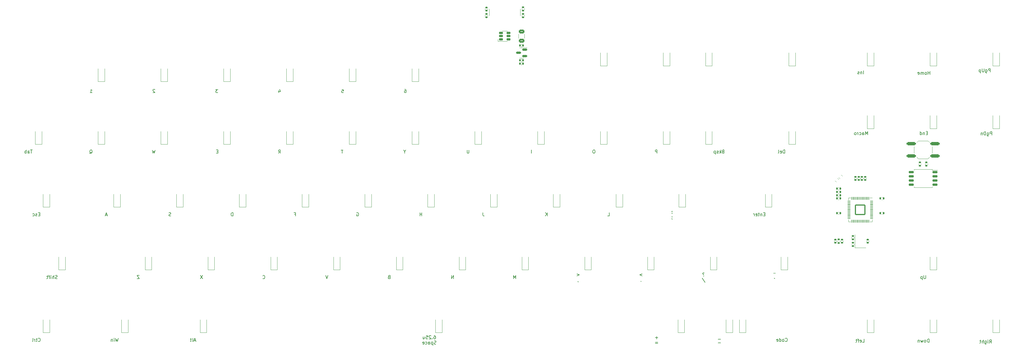
<source format=gbr>
%TF.GenerationSoftware,KiCad,Pcbnew,7.0.1*%
%TF.CreationDate,2023-03-26T22:58:25-07:00*%
%TF.ProjectId,40s-2040rmie,3430732d-3230-4343-9072-6d69652e6b69,rev?*%
%TF.SameCoordinates,Original*%
%TF.FileFunction,Legend,Bot*%
%TF.FilePolarity,Positive*%
%FSLAX46Y46*%
G04 Gerber Fmt 4.6, Leading zero omitted, Abs format (unit mm)*
G04 Created by KiCad (PCBNEW 7.0.1) date 2023-03-26 22:58:25*
%MOMM*%
%LPD*%
G01*
G04 APERTURE LIST*
G04 Aperture macros list*
%AMRoundRect*
0 Rectangle with rounded corners*
0 $1 Rounding radius*
0 $2 $3 $4 $5 $6 $7 $8 $9 X,Y pos of 4 corners*
0 Add a 4 corners polygon primitive as box body*
4,1,4,$2,$3,$4,$5,$6,$7,$8,$9,$2,$3,0*
0 Add four circle primitives for the rounded corners*
1,1,$1+$1,$2,$3*
1,1,$1+$1,$4,$5*
1,1,$1+$1,$6,$7*
1,1,$1+$1,$8,$9*
0 Add four rect primitives between the rounded corners*
20,1,$1+$1,$2,$3,$4,$5,0*
20,1,$1+$1,$4,$5,$6,$7,0*
20,1,$1+$1,$6,$7,$8,$9,0*
20,1,$1+$1,$8,$9,$2,$3,0*%
G04 Aperture macros list end*
%ADD10C,0.200000*%
%ADD11C,0.120000*%
%ADD12C,2.300000*%
%ADD13C,1.750000*%
%ADD14C,3.987800*%
%ADD15C,3.048000*%
%ADD16C,2.000000*%
%ADD17RoundRect,0.140000X-0.140000X-0.170000X0.140000X-0.170000X0.140000X0.170000X-0.140000X0.170000X0*%
%ADD18R,1.200000X0.900000*%
%ADD19RoundRect,0.135000X0.185000X-0.135000X0.185000X0.135000X-0.185000X0.135000X-0.185000X-0.135000X0*%
%ADD20RoundRect,0.140000X0.140000X0.170000X-0.140000X0.170000X-0.140000X-0.170000X0.140000X-0.170000X0*%
%ADD21RoundRect,0.200000X-0.335876X-0.053033X-0.053033X-0.335876X0.335876X0.053033X0.053033X0.335876X0*%
%ADD22RoundRect,0.135000X-0.185000X0.135000X-0.185000X-0.135000X0.185000X-0.135000X0.185000X0.135000X0*%
%ADD23R,1.200000X1.400000*%
%ADD24RoundRect,0.140000X0.170000X-0.140000X0.170000X0.140000X-0.170000X0.140000X-0.170000X-0.140000X0*%
%ADD25RoundRect,0.140000X-0.170000X0.140000X-0.170000X-0.140000X0.170000X-0.140000X0.170000X0.140000X0*%
%ADD26RoundRect,0.150000X0.587500X0.150000X-0.587500X0.150000X-0.587500X-0.150000X0.587500X-0.150000X0*%
%ADD27RoundRect,0.250000X0.625000X-0.375000X0.625000X0.375000X-0.625000X0.375000X-0.625000X-0.375000X0*%
%ADD28RoundRect,0.150000X0.650000X0.150000X-0.650000X0.150000X-0.650000X-0.150000X0.650000X-0.150000X0*%
%ADD29O,1.000000X2.100000*%
%ADD30O,1.000000X1.600000*%
%ADD31R,0.600000X1.450000*%
%ADD32R,0.300000X1.450000*%
%ADD33C,0.650000*%
%ADD34RoundRect,0.050000X0.387500X0.050000X-0.387500X0.050000X-0.387500X-0.050000X0.387500X-0.050000X0*%
%ADD35RoundRect,0.050000X0.050000X0.387500X-0.050000X0.387500X-0.050000X-0.387500X0.050000X-0.387500X0*%
%ADD36RoundRect,0.144000X1.456000X1.456000X-1.456000X1.456000X-1.456000X-1.456000X1.456000X-1.456000X0*%
%ADD37RoundRect,0.275000X-1.125000X-0.275000X1.125000X-0.275000X1.125000X0.275000X-1.125000X0.275000X0*%
%ADD38RoundRect,0.150000X-0.475000X-0.150000X0.475000X-0.150000X0.475000X0.150000X-0.475000X0.150000X0*%
G04 APERTURE END LIST*
D10*
X304626190Y-70102619D02*
X304626190Y-69102619D01*
X304626190Y-69102619D02*
X304292857Y-69816904D01*
X304292857Y-69816904D02*
X303959524Y-69102619D01*
X303959524Y-69102619D02*
X303959524Y-70102619D01*
X303054762Y-70102619D02*
X303054762Y-69578809D01*
X303054762Y-69578809D02*
X303102381Y-69483571D01*
X303102381Y-69483571D02*
X303197619Y-69435952D01*
X303197619Y-69435952D02*
X303388095Y-69435952D01*
X303388095Y-69435952D02*
X303483333Y-69483571D01*
X303054762Y-70055000D02*
X303150000Y-70102619D01*
X303150000Y-70102619D02*
X303388095Y-70102619D01*
X303388095Y-70102619D02*
X303483333Y-70055000D01*
X303483333Y-70055000D02*
X303530952Y-69959761D01*
X303530952Y-69959761D02*
X303530952Y-69864523D01*
X303530952Y-69864523D02*
X303483333Y-69769285D01*
X303483333Y-69769285D02*
X303388095Y-69721666D01*
X303388095Y-69721666D02*
X303150000Y-69721666D01*
X303150000Y-69721666D02*
X303054762Y-69674047D01*
X302150000Y-70055000D02*
X302245238Y-70102619D01*
X302245238Y-70102619D02*
X302435714Y-70102619D01*
X302435714Y-70102619D02*
X302530952Y-70055000D01*
X302530952Y-70055000D02*
X302578571Y-70007380D01*
X302578571Y-70007380D02*
X302626190Y-69912142D01*
X302626190Y-69912142D02*
X302626190Y-69626428D01*
X302626190Y-69626428D02*
X302578571Y-69531190D01*
X302578571Y-69531190D02*
X302530952Y-69483571D01*
X302530952Y-69483571D02*
X302435714Y-69435952D01*
X302435714Y-69435952D02*
X302245238Y-69435952D01*
X302245238Y-69435952D02*
X302150000Y-69483571D01*
X301721428Y-70102619D02*
X301721428Y-69435952D01*
X301721428Y-69626428D02*
X301673809Y-69531190D01*
X301673809Y-69531190D02*
X301626190Y-69483571D01*
X301626190Y-69483571D02*
X301530952Y-69435952D01*
X301530952Y-69435952D02*
X301435714Y-69435952D01*
X300959523Y-70102619D02*
X301054761Y-70055000D01*
X301054761Y-70055000D02*
X301102380Y-70007380D01*
X301102380Y-70007380D02*
X301149999Y-69912142D01*
X301149999Y-69912142D02*
X301149999Y-69626428D01*
X301149999Y-69626428D02*
X301102380Y-69531190D01*
X301102380Y-69531190D02*
X301054761Y-69483571D01*
X301054761Y-69483571D02*
X300959523Y-69435952D01*
X300959523Y-69435952D02*
X300816666Y-69435952D01*
X300816666Y-69435952D02*
X300721428Y-69483571D01*
X300721428Y-69483571D02*
X300673809Y-69531190D01*
X300673809Y-69531190D02*
X300626190Y-69626428D01*
X300626190Y-69626428D02*
X300626190Y-69912142D01*
X300626190Y-69912142D02*
X300673809Y-70007380D01*
X300673809Y-70007380D02*
X300721428Y-70055000D01*
X300721428Y-70055000D02*
X300816666Y-70102619D01*
X300816666Y-70102619D02*
X300959523Y-70102619D01*
X322789047Y-69578809D02*
X322455714Y-69578809D01*
X322312857Y-70102619D02*
X322789047Y-70102619D01*
X322789047Y-70102619D02*
X322789047Y-69102619D01*
X322789047Y-69102619D02*
X322312857Y-69102619D01*
X321884285Y-69435952D02*
X321884285Y-70102619D01*
X321884285Y-69531190D02*
X321836666Y-69483571D01*
X321836666Y-69483571D02*
X321741428Y-69435952D01*
X321741428Y-69435952D02*
X321598571Y-69435952D01*
X321598571Y-69435952D02*
X321503333Y-69483571D01*
X321503333Y-69483571D02*
X321455714Y-69578809D01*
X321455714Y-69578809D02*
X321455714Y-70102619D01*
X320550952Y-70102619D02*
X320550952Y-69102619D01*
X320550952Y-70055000D02*
X320646190Y-70102619D01*
X320646190Y-70102619D02*
X320836666Y-70102619D01*
X320836666Y-70102619D02*
X320931904Y-70055000D01*
X320931904Y-70055000D02*
X320979523Y-70007380D01*
X320979523Y-70007380D02*
X321027142Y-69912142D01*
X321027142Y-69912142D02*
X321027142Y-69626428D01*
X321027142Y-69626428D02*
X320979523Y-69531190D01*
X320979523Y-69531190D02*
X320931904Y-69483571D01*
X320931904Y-69483571D02*
X320836666Y-69435952D01*
X320836666Y-69435952D02*
X320646190Y-69435952D01*
X320646190Y-69435952D02*
X320550952Y-69483571D01*
X342326666Y-70182619D02*
X342326666Y-69182619D01*
X342326666Y-69182619D02*
X341945714Y-69182619D01*
X341945714Y-69182619D02*
X341850476Y-69230238D01*
X341850476Y-69230238D02*
X341802857Y-69277857D01*
X341802857Y-69277857D02*
X341755238Y-69373095D01*
X341755238Y-69373095D02*
X341755238Y-69515952D01*
X341755238Y-69515952D02*
X341802857Y-69611190D01*
X341802857Y-69611190D02*
X341850476Y-69658809D01*
X341850476Y-69658809D02*
X341945714Y-69706428D01*
X341945714Y-69706428D02*
X342326666Y-69706428D01*
X340898095Y-69515952D02*
X340898095Y-70325476D01*
X340898095Y-70325476D02*
X340945714Y-70420714D01*
X340945714Y-70420714D02*
X340993333Y-70468333D01*
X340993333Y-70468333D02*
X341088571Y-70515952D01*
X341088571Y-70515952D02*
X341231428Y-70515952D01*
X341231428Y-70515952D02*
X341326666Y-70468333D01*
X340898095Y-70135000D02*
X340993333Y-70182619D01*
X340993333Y-70182619D02*
X341183809Y-70182619D01*
X341183809Y-70182619D02*
X341279047Y-70135000D01*
X341279047Y-70135000D02*
X341326666Y-70087380D01*
X341326666Y-70087380D02*
X341374285Y-69992142D01*
X341374285Y-69992142D02*
X341374285Y-69706428D01*
X341374285Y-69706428D02*
X341326666Y-69611190D01*
X341326666Y-69611190D02*
X341279047Y-69563571D01*
X341279047Y-69563571D02*
X341183809Y-69515952D01*
X341183809Y-69515952D02*
X340993333Y-69515952D01*
X340993333Y-69515952D02*
X340898095Y-69563571D01*
X340421904Y-70182619D02*
X340421904Y-69182619D01*
X340421904Y-69182619D02*
X340183809Y-69182619D01*
X340183809Y-69182619D02*
X340040952Y-69230238D01*
X340040952Y-69230238D02*
X339945714Y-69325476D01*
X339945714Y-69325476D02*
X339898095Y-69420714D01*
X339898095Y-69420714D02*
X339850476Y-69611190D01*
X339850476Y-69611190D02*
X339850476Y-69754047D01*
X339850476Y-69754047D02*
X339898095Y-69944523D01*
X339898095Y-69944523D02*
X339945714Y-70039761D01*
X339945714Y-70039761D02*
X340040952Y-70135000D01*
X340040952Y-70135000D02*
X340183809Y-70182619D01*
X340183809Y-70182619D02*
X340421904Y-70182619D01*
X339421904Y-69515952D02*
X339421904Y-70182619D01*
X339421904Y-69611190D02*
X339374285Y-69563571D01*
X339374285Y-69563571D02*
X339279047Y-69515952D01*
X339279047Y-69515952D02*
X339136190Y-69515952D01*
X339136190Y-69515952D02*
X339040952Y-69563571D01*
X339040952Y-69563571D02*
X338993333Y-69658809D01*
X338993333Y-69658809D02*
X338993333Y-70182619D01*
X341850475Y-51002619D02*
X341850475Y-50002619D01*
X341850475Y-50002619D02*
X341469523Y-50002619D01*
X341469523Y-50002619D02*
X341374285Y-50050238D01*
X341374285Y-50050238D02*
X341326666Y-50097857D01*
X341326666Y-50097857D02*
X341279047Y-50193095D01*
X341279047Y-50193095D02*
X341279047Y-50335952D01*
X341279047Y-50335952D02*
X341326666Y-50431190D01*
X341326666Y-50431190D02*
X341374285Y-50478809D01*
X341374285Y-50478809D02*
X341469523Y-50526428D01*
X341469523Y-50526428D02*
X341850475Y-50526428D01*
X340421904Y-50335952D02*
X340421904Y-51145476D01*
X340421904Y-51145476D02*
X340469523Y-51240714D01*
X340469523Y-51240714D02*
X340517142Y-51288333D01*
X340517142Y-51288333D02*
X340612380Y-51335952D01*
X340612380Y-51335952D02*
X340755237Y-51335952D01*
X340755237Y-51335952D02*
X340850475Y-51288333D01*
X340421904Y-50955000D02*
X340517142Y-51002619D01*
X340517142Y-51002619D02*
X340707618Y-51002619D01*
X340707618Y-51002619D02*
X340802856Y-50955000D01*
X340802856Y-50955000D02*
X340850475Y-50907380D01*
X340850475Y-50907380D02*
X340898094Y-50812142D01*
X340898094Y-50812142D02*
X340898094Y-50526428D01*
X340898094Y-50526428D02*
X340850475Y-50431190D01*
X340850475Y-50431190D02*
X340802856Y-50383571D01*
X340802856Y-50383571D02*
X340707618Y-50335952D01*
X340707618Y-50335952D02*
X340517142Y-50335952D01*
X340517142Y-50335952D02*
X340421904Y-50383571D01*
X339945713Y-50002619D02*
X339945713Y-50812142D01*
X339945713Y-50812142D02*
X339898094Y-50907380D01*
X339898094Y-50907380D02*
X339850475Y-50955000D01*
X339850475Y-50955000D02*
X339755237Y-51002619D01*
X339755237Y-51002619D02*
X339564761Y-51002619D01*
X339564761Y-51002619D02*
X339469523Y-50955000D01*
X339469523Y-50955000D02*
X339421904Y-50907380D01*
X339421904Y-50907380D02*
X339374285Y-50812142D01*
X339374285Y-50812142D02*
X339374285Y-50002619D01*
X338898094Y-50335952D02*
X338898094Y-51335952D01*
X338898094Y-50383571D02*
X338802856Y-50335952D01*
X338802856Y-50335952D02*
X338612380Y-50335952D01*
X338612380Y-50335952D02*
X338517142Y-50383571D01*
X338517142Y-50383571D02*
X338469523Y-50431190D01*
X338469523Y-50431190D02*
X338421904Y-50526428D01*
X338421904Y-50526428D02*
X338421904Y-50812142D01*
X338421904Y-50812142D02*
X338469523Y-50907380D01*
X338469523Y-50907380D02*
X338517142Y-50955000D01*
X338517142Y-50955000D02*
X338612380Y-51002619D01*
X338612380Y-51002619D02*
X338802856Y-51002619D01*
X338802856Y-51002619D02*
X338898094Y-50955000D01*
X323543332Y-51812619D02*
X323543332Y-50812619D01*
X323543332Y-51288809D02*
X322971904Y-51288809D01*
X322971904Y-51812619D02*
X322971904Y-50812619D01*
X322352856Y-51812619D02*
X322448094Y-51765000D01*
X322448094Y-51765000D02*
X322495713Y-51717380D01*
X322495713Y-51717380D02*
X322543332Y-51622142D01*
X322543332Y-51622142D02*
X322543332Y-51336428D01*
X322543332Y-51336428D02*
X322495713Y-51241190D01*
X322495713Y-51241190D02*
X322448094Y-51193571D01*
X322448094Y-51193571D02*
X322352856Y-51145952D01*
X322352856Y-51145952D02*
X322209999Y-51145952D01*
X322209999Y-51145952D02*
X322114761Y-51193571D01*
X322114761Y-51193571D02*
X322067142Y-51241190D01*
X322067142Y-51241190D02*
X322019523Y-51336428D01*
X322019523Y-51336428D02*
X322019523Y-51622142D01*
X322019523Y-51622142D02*
X322067142Y-51717380D01*
X322067142Y-51717380D02*
X322114761Y-51765000D01*
X322114761Y-51765000D02*
X322209999Y-51812619D01*
X322209999Y-51812619D02*
X322352856Y-51812619D01*
X321590951Y-51812619D02*
X321590951Y-51145952D01*
X321590951Y-51241190D02*
X321543332Y-51193571D01*
X321543332Y-51193571D02*
X321448094Y-51145952D01*
X321448094Y-51145952D02*
X321305237Y-51145952D01*
X321305237Y-51145952D02*
X321209999Y-51193571D01*
X321209999Y-51193571D02*
X321162380Y-51288809D01*
X321162380Y-51288809D02*
X321162380Y-51812619D01*
X321162380Y-51288809D02*
X321114761Y-51193571D01*
X321114761Y-51193571D02*
X321019523Y-51145952D01*
X321019523Y-51145952D02*
X320876666Y-51145952D01*
X320876666Y-51145952D02*
X320781427Y-51193571D01*
X320781427Y-51193571D02*
X320733808Y-51288809D01*
X320733808Y-51288809D02*
X320733808Y-51812619D01*
X319876666Y-51765000D02*
X319971904Y-51812619D01*
X319971904Y-51812619D02*
X320162380Y-51812619D01*
X320162380Y-51812619D02*
X320257618Y-51765000D01*
X320257618Y-51765000D02*
X320305237Y-51669761D01*
X320305237Y-51669761D02*
X320305237Y-51288809D01*
X320305237Y-51288809D02*
X320257618Y-51193571D01*
X320257618Y-51193571D02*
X320162380Y-51145952D01*
X320162380Y-51145952D02*
X319971904Y-51145952D01*
X319971904Y-51145952D02*
X319876666Y-51193571D01*
X319876666Y-51193571D02*
X319829047Y-51288809D01*
X319829047Y-51288809D02*
X319829047Y-51384047D01*
X319829047Y-51384047D02*
X320305237Y-51479285D01*
X303387142Y-51652619D02*
X303387142Y-50652619D01*
X302910952Y-50985952D02*
X302910952Y-51652619D01*
X302910952Y-51081190D02*
X302863333Y-51033571D01*
X302863333Y-51033571D02*
X302768095Y-50985952D01*
X302768095Y-50985952D02*
X302625238Y-50985952D01*
X302625238Y-50985952D02*
X302530000Y-51033571D01*
X302530000Y-51033571D02*
X302482381Y-51128809D01*
X302482381Y-51128809D02*
X302482381Y-51652619D01*
X302053809Y-51605000D02*
X301958571Y-51652619D01*
X301958571Y-51652619D02*
X301768095Y-51652619D01*
X301768095Y-51652619D02*
X301672857Y-51605000D01*
X301672857Y-51605000D02*
X301625238Y-51509761D01*
X301625238Y-51509761D02*
X301625238Y-51462142D01*
X301625238Y-51462142D02*
X301672857Y-51366904D01*
X301672857Y-51366904D02*
X301768095Y-51319285D01*
X301768095Y-51319285D02*
X301910952Y-51319285D01*
X301910952Y-51319285D02*
X302006190Y-51271666D01*
X302006190Y-51271666D02*
X302053809Y-51176428D01*
X302053809Y-51176428D02*
X302053809Y-51128809D01*
X302053809Y-51128809D02*
X302006190Y-51033571D01*
X302006190Y-51033571D02*
X301910952Y-50985952D01*
X301910952Y-50985952D02*
X301768095Y-50985952D01*
X301768095Y-50985952D02*
X301672857Y-51033571D01*
X279633809Y-132747380D02*
X279681428Y-132795000D01*
X279681428Y-132795000D02*
X279824285Y-132842619D01*
X279824285Y-132842619D02*
X279919523Y-132842619D01*
X279919523Y-132842619D02*
X280062380Y-132795000D01*
X280062380Y-132795000D02*
X280157618Y-132699761D01*
X280157618Y-132699761D02*
X280205237Y-132604523D01*
X280205237Y-132604523D02*
X280252856Y-132414047D01*
X280252856Y-132414047D02*
X280252856Y-132271190D01*
X280252856Y-132271190D02*
X280205237Y-132080714D01*
X280205237Y-132080714D02*
X280157618Y-131985476D01*
X280157618Y-131985476D02*
X280062380Y-131890238D01*
X280062380Y-131890238D02*
X279919523Y-131842619D01*
X279919523Y-131842619D02*
X279824285Y-131842619D01*
X279824285Y-131842619D02*
X279681428Y-131890238D01*
X279681428Y-131890238D02*
X279633809Y-131937857D01*
X279062380Y-132842619D02*
X279157618Y-132795000D01*
X279157618Y-132795000D02*
X279205237Y-132747380D01*
X279205237Y-132747380D02*
X279252856Y-132652142D01*
X279252856Y-132652142D02*
X279252856Y-132366428D01*
X279252856Y-132366428D02*
X279205237Y-132271190D01*
X279205237Y-132271190D02*
X279157618Y-132223571D01*
X279157618Y-132223571D02*
X279062380Y-132175952D01*
X279062380Y-132175952D02*
X278919523Y-132175952D01*
X278919523Y-132175952D02*
X278824285Y-132223571D01*
X278824285Y-132223571D02*
X278776666Y-132271190D01*
X278776666Y-132271190D02*
X278729047Y-132366428D01*
X278729047Y-132366428D02*
X278729047Y-132652142D01*
X278729047Y-132652142D02*
X278776666Y-132747380D01*
X278776666Y-132747380D02*
X278824285Y-132795000D01*
X278824285Y-132795000D02*
X278919523Y-132842619D01*
X278919523Y-132842619D02*
X279062380Y-132842619D01*
X277871904Y-132842619D02*
X277871904Y-131842619D01*
X277871904Y-132795000D02*
X277967142Y-132842619D01*
X277967142Y-132842619D02*
X278157618Y-132842619D01*
X278157618Y-132842619D02*
X278252856Y-132795000D01*
X278252856Y-132795000D02*
X278300475Y-132747380D01*
X278300475Y-132747380D02*
X278348094Y-132652142D01*
X278348094Y-132652142D02*
X278348094Y-132366428D01*
X278348094Y-132366428D02*
X278300475Y-132271190D01*
X278300475Y-132271190D02*
X278252856Y-132223571D01*
X278252856Y-132223571D02*
X278157618Y-132175952D01*
X278157618Y-132175952D02*
X277967142Y-132175952D01*
X277967142Y-132175952D02*
X277871904Y-132223571D01*
X277014761Y-132795000D02*
X277109999Y-132842619D01*
X277109999Y-132842619D02*
X277300475Y-132842619D01*
X277300475Y-132842619D02*
X277395713Y-132795000D01*
X277395713Y-132795000D02*
X277443332Y-132699761D01*
X277443332Y-132699761D02*
X277443332Y-132318809D01*
X277443332Y-132318809D02*
X277395713Y-132223571D01*
X277395713Y-132223571D02*
X277300475Y-132175952D01*
X277300475Y-132175952D02*
X277109999Y-132175952D01*
X277109999Y-132175952D02*
X277014761Y-132223571D01*
X277014761Y-132223571D02*
X276967142Y-132318809D01*
X276967142Y-132318809D02*
X276967142Y-132414047D01*
X276967142Y-132414047D02*
X277443332Y-132509285D01*
X322258094Y-112762619D02*
X322258094Y-113572142D01*
X322258094Y-113572142D02*
X322210475Y-113667380D01*
X322210475Y-113667380D02*
X322162856Y-113715000D01*
X322162856Y-113715000D02*
X322067618Y-113762619D01*
X322067618Y-113762619D02*
X321877142Y-113762619D01*
X321877142Y-113762619D02*
X321781904Y-113715000D01*
X321781904Y-113715000D02*
X321734285Y-113667380D01*
X321734285Y-113667380D02*
X321686666Y-113572142D01*
X321686666Y-113572142D02*
X321686666Y-112762619D01*
X321210475Y-113095952D02*
X321210475Y-114095952D01*
X321210475Y-113143571D02*
X321115237Y-113095952D01*
X321115237Y-113095952D02*
X320924761Y-113095952D01*
X320924761Y-113095952D02*
X320829523Y-113143571D01*
X320829523Y-113143571D02*
X320781904Y-113191190D01*
X320781904Y-113191190D02*
X320734285Y-113286428D01*
X320734285Y-113286428D02*
X320734285Y-113572142D01*
X320734285Y-113572142D02*
X320781904Y-113667380D01*
X320781904Y-113667380D02*
X320829523Y-113715000D01*
X320829523Y-113715000D02*
X320924761Y-113762619D01*
X320924761Y-113762619D02*
X321115237Y-113762619D01*
X321115237Y-113762619D02*
X321210475Y-113715000D01*
X341569047Y-133342619D02*
X341902380Y-132866428D01*
X342140475Y-133342619D02*
X342140475Y-132342619D01*
X342140475Y-132342619D02*
X341759523Y-132342619D01*
X341759523Y-132342619D02*
X341664285Y-132390238D01*
X341664285Y-132390238D02*
X341616666Y-132437857D01*
X341616666Y-132437857D02*
X341569047Y-132533095D01*
X341569047Y-132533095D02*
X341569047Y-132675952D01*
X341569047Y-132675952D02*
X341616666Y-132771190D01*
X341616666Y-132771190D02*
X341664285Y-132818809D01*
X341664285Y-132818809D02*
X341759523Y-132866428D01*
X341759523Y-132866428D02*
X342140475Y-132866428D01*
X341140475Y-133342619D02*
X341140475Y-132675952D01*
X341140475Y-132342619D02*
X341188094Y-132390238D01*
X341188094Y-132390238D02*
X341140475Y-132437857D01*
X341140475Y-132437857D02*
X341092856Y-132390238D01*
X341092856Y-132390238D02*
X341140475Y-132342619D01*
X341140475Y-132342619D02*
X341140475Y-132437857D01*
X340235714Y-132675952D02*
X340235714Y-133485476D01*
X340235714Y-133485476D02*
X340283333Y-133580714D01*
X340283333Y-133580714D02*
X340330952Y-133628333D01*
X340330952Y-133628333D02*
X340426190Y-133675952D01*
X340426190Y-133675952D02*
X340569047Y-133675952D01*
X340569047Y-133675952D02*
X340664285Y-133628333D01*
X340235714Y-133295000D02*
X340330952Y-133342619D01*
X340330952Y-133342619D02*
X340521428Y-133342619D01*
X340521428Y-133342619D02*
X340616666Y-133295000D01*
X340616666Y-133295000D02*
X340664285Y-133247380D01*
X340664285Y-133247380D02*
X340711904Y-133152142D01*
X340711904Y-133152142D02*
X340711904Y-132866428D01*
X340711904Y-132866428D02*
X340664285Y-132771190D01*
X340664285Y-132771190D02*
X340616666Y-132723571D01*
X340616666Y-132723571D02*
X340521428Y-132675952D01*
X340521428Y-132675952D02*
X340330952Y-132675952D01*
X340330952Y-132675952D02*
X340235714Y-132723571D01*
X339759523Y-133342619D02*
X339759523Y-132342619D01*
X339330952Y-133342619D02*
X339330952Y-132818809D01*
X339330952Y-132818809D02*
X339378571Y-132723571D01*
X339378571Y-132723571D02*
X339473809Y-132675952D01*
X339473809Y-132675952D02*
X339616666Y-132675952D01*
X339616666Y-132675952D02*
X339711904Y-132723571D01*
X339711904Y-132723571D02*
X339759523Y-132771190D01*
X338997618Y-132675952D02*
X338616666Y-132675952D01*
X338854761Y-132342619D02*
X338854761Y-133199761D01*
X338854761Y-133199761D02*
X338807142Y-133295000D01*
X338807142Y-133295000D02*
X338711904Y-133342619D01*
X338711904Y-133342619D02*
X338616666Y-133342619D01*
X323260475Y-133082619D02*
X323260475Y-132082619D01*
X323260475Y-132082619D02*
X323022380Y-132082619D01*
X323022380Y-132082619D02*
X322879523Y-132130238D01*
X322879523Y-132130238D02*
X322784285Y-132225476D01*
X322784285Y-132225476D02*
X322736666Y-132320714D01*
X322736666Y-132320714D02*
X322689047Y-132511190D01*
X322689047Y-132511190D02*
X322689047Y-132654047D01*
X322689047Y-132654047D02*
X322736666Y-132844523D01*
X322736666Y-132844523D02*
X322784285Y-132939761D01*
X322784285Y-132939761D02*
X322879523Y-133035000D01*
X322879523Y-133035000D02*
X323022380Y-133082619D01*
X323022380Y-133082619D02*
X323260475Y-133082619D01*
X322117618Y-133082619D02*
X322212856Y-133035000D01*
X322212856Y-133035000D02*
X322260475Y-132987380D01*
X322260475Y-132987380D02*
X322308094Y-132892142D01*
X322308094Y-132892142D02*
X322308094Y-132606428D01*
X322308094Y-132606428D02*
X322260475Y-132511190D01*
X322260475Y-132511190D02*
X322212856Y-132463571D01*
X322212856Y-132463571D02*
X322117618Y-132415952D01*
X322117618Y-132415952D02*
X321974761Y-132415952D01*
X321974761Y-132415952D02*
X321879523Y-132463571D01*
X321879523Y-132463571D02*
X321831904Y-132511190D01*
X321831904Y-132511190D02*
X321784285Y-132606428D01*
X321784285Y-132606428D02*
X321784285Y-132892142D01*
X321784285Y-132892142D02*
X321831904Y-132987380D01*
X321831904Y-132987380D02*
X321879523Y-133035000D01*
X321879523Y-133035000D02*
X321974761Y-133082619D01*
X321974761Y-133082619D02*
X322117618Y-133082619D01*
X321450951Y-132415952D02*
X321260475Y-133082619D01*
X321260475Y-133082619D02*
X321069999Y-132606428D01*
X321069999Y-132606428D02*
X320879523Y-133082619D01*
X320879523Y-133082619D02*
X320689047Y-132415952D01*
X320308094Y-132415952D02*
X320308094Y-133082619D01*
X320308094Y-132511190D02*
X320260475Y-132463571D01*
X320260475Y-132463571D02*
X320165237Y-132415952D01*
X320165237Y-132415952D02*
X320022380Y-132415952D01*
X320022380Y-132415952D02*
X319927142Y-132463571D01*
X319927142Y-132463571D02*
X319879523Y-132558809D01*
X319879523Y-132558809D02*
X319879523Y-133082619D01*
X303040476Y-133062619D02*
X303516666Y-133062619D01*
X303516666Y-133062619D02*
X303516666Y-132062619D01*
X302326190Y-133015000D02*
X302421428Y-133062619D01*
X302421428Y-133062619D02*
X302611904Y-133062619D01*
X302611904Y-133062619D02*
X302707142Y-133015000D01*
X302707142Y-133015000D02*
X302754761Y-132919761D01*
X302754761Y-132919761D02*
X302754761Y-132538809D01*
X302754761Y-132538809D02*
X302707142Y-132443571D01*
X302707142Y-132443571D02*
X302611904Y-132395952D01*
X302611904Y-132395952D02*
X302421428Y-132395952D01*
X302421428Y-132395952D02*
X302326190Y-132443571D01*
X302326190Y-132443571D02*
X302278571Y-132538809D01*
X302278571Y-132538809D02*
X302278571Y-132634047D01*
X302278571Y-132634047D02*
X302754761Y-132729285D01*
X301992856Y-132395952D02*
X301611904Y-132395952D01*
X301849999Y-133062619D02*
X301849999Y-132205476D01*
X301849999Y-132205476D02*
X301802380Y-132110238D01*
X301802380Y-132110238D02*
X301707142Y-132062619D01*
X301707142Y-132062619D02*
X301611904Y-132062619D01*
X301421427Y-132395952D02*
X301040475Y-132395952D01*
X301278570Y-132062619D02*
X301278570Y-132919761D01*
X301278570Y-132919761D02*
X301230951Y-133015000D01*
X301230951Y-133015000D02*
X301135713Y-133062619D01*
X301135713Y-133062619D02*
X301040475Y-133062619D01*
X260060952Y-132117857D02*
X259299047Y-132117857D01*
X260060951Y-133261666D02*
X259299047Y-133261666D01*
X241010951Y-131641666D02*
X240249047Y-131641666D01*
X240629999Y-132022619D02*
X240629999Y-131260714D01*
X241010951Y-133118809D02*
X240249047Y-133118809D01*
X240249047Y-133404523D02*
X241010951Y-133404523D01*
X173112380Y-131022619D02*
X173302856Y-131022619D01*
X173302856Y-131022619D02*
X173398094Y-131070238D01*
X173398094Y-131070238D02*
X173445713Y-131117857D01*
X173445713Y-131117857D02*
X173540951Y-131260714D01*
X173540951Y-131260714D02*
X173588570Y-131451190D01*
X173588570Y-131451190D02*
X173588570Y-131832142D01*
X173588570Y-131832142D02*
X173540951Y-131927380D01*
X173540951Y-131927380D02*
X173493332Y-131975000D01*
X173493332Y-131975000D02*
X173398094Y-132022619D01*
X173398094Y-132022619D02*
X173207618Y-132022619D01*
X173207618Y-132022619D02*
X173112380Y-131975000D01*
X173112380Y-131975000D02*
X173064761Y-131927380D01*
X173064761Y-131927380D02*
X173017142Y-131832142D01*
X173017142Y-131832142D02*
X173017142Y-131594047D01*
X173017142Y-131594047D02*
X173064761Y-131498809D01*
X173064761Y-131498809D02*
X173112380Y-131451190D01*
X173112380Y-131451190D02*
X173207618Y-131403571D01*
X173207618Y-131403571D02*
X173398094Y-131403571D01*
X173398094Y-131403571D02*
X173493332Y-131451190D01*
X173493332Y-131451190D02*
X173540951Y-131498809D01*
X173540951Y-131498809D02*
X173588570Y-131594047D01*
X172588570Y-131927380D02*
X172540951Y-131975000D01*
X172540951Y-131975000D02*
X172588570Y-132022619D01*
X172588570Y-132022619D02*
X172636189Y-131975000D01*
X172636189Y-131975000D02*
X172588570Y-131927380D01*
X172588570Y-131927380D02*
X172588570Y-132022619D01*
X172159999Y-131117857D02*
X172112380Y-131070238D01*
X172112380Y-131070238D02*
X172017142Y-131022619D01*
X172017142Y-131022619D02*
X171779047Y-131022619D01*
X171779047Y-131022619D02*
X171683809Y-131070238D01*
X171683809Y-131070238D02*
X171636190Y-131117857D01*
X171636190Y-131117857D02*
X171588571Y-131213095D01*
X171588571Y-131213095D02*
X171588571Y-131308333D01*
X171588571Y-131308333D02*
X171636190Y-131451190D01*
X171636190Y-131451190D02*
X172207618Y-132022619D01*
X172207618Y-132022619D02*
X171588571Y-132022619D01*
X170683809Y-131022619D02*
X171159999Y-131022619D01*
X171159999Y-131022619D02*
X171207618Y-131498809D01*
X171207618Y-131498809D02*
X171159999Y-131451190D01*
X171159999Y-131451190D02*
X171064761Y-131403571D01*
X171064761Y-131403571D02*
X170826666Y-131403571D01*
X170826666Y-131403571D02*
X170731428Y-131451190D01*
X170731428Y-131451190D02*
X170683809Y-131498809D01*
X170683809Y-131498809D02*
X170636190Y-131594047D01*
X170636190Y-131594047D02*
X170636190Y-131832142D01*
X170636190Y-131832142D02*
X170683809Y-131927380D01*
X170683809Y-131927380D02*
X170731428Y-131975000D01*
X170731428Y-131975000D02*
X170826666Y-132022619D01*
X170826666Y-132022619D02*
X171064761Y-132022619D01*
X171064761Y-132022619D02*
X171159999Y-131975000D01*
X171159999Y-131975000D02*
X171207618Y-131927380D01*
X169779047Y-131355952D02*
X169779047Y-132022619D01*
X170207618Y-131355952D02*
X170207618Y-131879761D01*
X170207618Y-131879761D02*
X170159999Y-131975000D01*
X170159999Y-131975000D02*
X170064761Y-132022619D01*
X170064761Y-132022619D02*
X169921904Y-132022619D01*
X169921904Y-132022619D02*
X169826666Y-131975000D01*
X169826666Y-131975000D02*
X169779047Y-131927380D01*
X173707618Y-133595000D02*
X173564761Y-133642619D01*
X173564761Y-133642619D02*
X173326666Y-133642619D01*
X173326666Y-133642619D02*
X173231428Y-133595000D01*
X173231428Y-133595000D02*
X173183809Y-133547380D01*
X173183809Y-133547380D02*
X173136190Y-133452142D01*
X173136190Y-133452142D02*
X173136190Y-133356904D01*
X173136190Y-133356904D02*
X173183809Y-133261666D01*
X173183809Y-133261666D02*
X173231428Y-133214047D01*
X173231428Y-133214047D02*
X173326666Y-133166428D01*
X173326666Y-133166428D02*
X173517142Y-133118809D01*
X173517142Y-133118809D02*
X173612380Y-133071190D01*
X173612380Y-133071190D02*
X173659999Y-133023571D01*
X173659999Y-133023571D02*
X173707618Y-132928333D01*
X173707618Y-132928333D02*
X173707618Y-132833095D01*
X173707618Y-132833095D02*
X173659999Y-132737857D01*
X173659999Y-132737857D02*
X173612380Y-132690238D01*
X173612380Y-132690238D02*
X173517142Y-132642619D01*
X173517142Y-132642619D02*
X173279047Y-132642619D01*
X173279047Y-132642619D02*
X173136190Y-132690238D01*
X172707618Y-132975952D02*
X172707618Y-133975952D01*
X172707618Y-133023571D02*
X172612380Y-132975952D01*
X172612380Y-132975952D02*
X172421904Y-132975952D01*
X172421904Y-132975952D02*
X172326666Y-133023571D01*
X172326666Y-133023571D02*
X172279047Y-133071190D01*
X172279047Y-133071190D02*
X172231428Y-133166428D01*
X172231428Y-133166428D02*
X172231428Y-133452142D01*
X172231428Y-133452142D02*
X172279047Y-133547380D01*
X172279047Y-133547380D02*
X172326666Y-133595000D01*
X172326666Y-133595000D02*
X172421904Y-133642619D01*
X172421904Y-133642619D02*
X172612380Y-133642619D01*
X172612380Y-133642619D02*
X172707618Y-133595000D01*
X171374285Y-133642619D02*
X171374285Y-133118809D01*
X171374285Y-133118809D02*
X171421904Y-133023571D01*
X171421904Y-133023571D02*
X171517142Y-132975952D01*
X171517142Y-132975952D02*
X171707618Y-132975952D01*
X171707618Y-132975952D02*
X171802856Y-133023571D01*
X171374285Y-133595000D02*
X171469523Y-133642619D01*
X171469523Y-133642619D02*
X171707618Y-133642619D01*
X171707618Y-133642619D02*
X171802856Y-133595000D01*
X171802856Y-133595000D02*
X171850475Y-133499761D01*
X171850475Y-133499761D02*
X171850475Y-133404523D01*
X171850475Y-133404523D02*
X171802856Y-133309285D01*
X171802856Y-133309285D02*
X171707618Y-133261666D01*
X171707618Y-133261666D02*
X171469523Y-133261666D01*
X171469523Y-133261666D02*
X171374285Y-133214047D01*
X170469523Y-133595000D02*
X170564761Y-133642619D01*
X170564761Y-133642619D02*
X170755237Y-133642619D01*
X170755237Y-133642619D02*
X170850475Y-133595000D01*
X170850475Y-133595000D02*
X170898094Y-133547380D01*
X170898094Y-133547380D02*
X170945713Y-133452142D01*
X170945713Y-133452142D02*
X170945713Y-133166428D01*
X170945713Y-133166428D02*
X170898094Y-133071190D01*
X170898094Y-133071190D02*
X170850475Y-133023571D01*
X170850475Y-133023571D02*
X170755237Y-132975952D01*
X170755237Y-132975952D02*
X170564761Y-132975952D01*
X170564761Y-132975952D02*
X170469523Y-133023571D01*
X169659999Y-133595000D02*
X169755237Y-133642619D01*
X169755237Y-133642619D02*
X169945713Y-133642619D01*
X169945713Y-133642619D02*
X170040951Y-133595000D01*
X170040951Y-133595000D02*
X170088570Y-133499761D01*
X170088570Y-133499761D02*
X170088570Y-133118809D01*
X170088570Y-133118809D02*
X170040951Y-133023571D01*
X170040951Y-133023571D02*
X169945713Y-132975952D01*
X169945713Y-132975952D02*
X169755237Y-132975952D01*
X169755237Y-132975952D02*
X169659999Y-133023571D01*
X169659999Y-133023571D02*
X169612380Y-133118809D01*
X169612380Y-133118809D02*
X169612380Y-133214047D01*
X169612380Y-133214047D02*
X170088570Y-133309285D01*
X276570475Y-111992619D02*
X276570475Y-112183095D01*
X276189523Y-111992619D02*
X276189523Y-112183095D01*
X276332380Y-113612619D02*
X276427618Y-113803095D01*
X254887618Y-112897380D02*
X254839999Y-112945000D01*
X254839999Y-112945000D02*
X254887618Y-112992619D01*
X254887618Y-112992619D02*
X254935237Y-112945000D01*
X254935237Y-112945000D02*
X254887618Y-112897380D01*
X254887618Y-112897380D02*
X254887618Y-112992619D01*
X255078094Y-112040238D02*
X254982856Y-111992619D01*
X254982856Y-111992619D02*
X254744761Y-111992619D01*
X254744761Y-111992619D02*
X254649523Y-112040238D01*
X254649523Y-112040238D02*
X254601904Y-112135476D01*
X254601904Y-112135476D02*
X254601904Y-112230714D01*
X254601904Y-112230714D02*
X254649523Y-112325952D01*
X254649523Y-112325952D02*
X254697142Y-112373571D01*
X254697142Y-112373571D02*
X254792380Y-112421190D01*
X254792380Y-112421190D02*
X254839999Y-112468809D01*
X254839999Y-112468809D02*
X254887618Y-112564047D01*
X254887618Y-112564047D02*
X254887618Y-112611666D01*
X254411428Y-113565000D02*
X255268570Y-114850714D01*
X236280951Y-112315952D02*
X235519047Y-112601666D01*
X235519047Y-112601666D02*
X236280951Y-112887380D01*
X235899999Y-114507380D02*
X235852380Y-114555000D01*
X235852380Y-114555000D02*
X235899999Y-114602619D01*
X235899999Y-114602619D02*
X235947618Y-114555000D01*
X235947618Y-114555000D02*
X235899999Y-114507380D01*
X235899999Y-114507380D02*
X235899999Y-114602619D01*
X216429047Y-112325952D02*
X217190951Y-112611666D01*
X217190951Y-112611666D02*
X216429047Y-112897380D01*
X216762380Y-114565000D02*
X216762380Y-114612619D01*
X216762380Y-114612619D02*
X216809999Y-114707857D01*
X216809999Y-114707857D02*
X216857618Y-114755476D01*
X197913332Y-113792619D02*
X197913332Y-112792619D01*
X197913332Y-112792619D02*
X197579999Y-113506904D01*
X197579999Y-113506904D02*
X197246666Y-112792619D01*
X197246666Y-112792619D02*
X197246666Y-113792619D01*
X178975713Y-113792619D02*
X178975713Y-112792619D01*
X178975713Y-112792619D02*
X178404285Y-113792619D01*
X178404285Y-113792619D02*
X178404285Y-112792619D01*
X273480476Y-94218809D02*
X273147143Y-94218809D01*
X273004286Y-94742619D02*
X273480476Y-94742619D01*
X273480476Y-94742619D02*
X273480476Y-93742619D01*
X273480476Y-93742619D02*
X273004286Y-93742619D01*
X272575714Y-94075952D02*
X272575714Y-94742619D01*
X272575714Y-94171190D02*
X272528095Y-94123571D01*
X272528095Y-94123571D02*
X272432857Y-94075952D01*
X272432857Y-94075952D02*
X272290000Y-94075952D01*
X272290000Y-94075952D02*
X272194762Y-94123571D01*
X272194762Y-94123571D02*
X272147143Y-94218809D01*
X272147143Y-94218809D02*
X272147143Y-94742619D01*
X271813809Y-94075952D02*
X271432857Y-94075952D01*
X271670952Y-93742619D02*
X271670952Y-94599761D01*
X271670952Y-94599761D02*
X271623333Y-94695000D01*
X271623333Y-94695000D02*
X271528095Y-94742619D01*
X271528095Y-94742619D02*
X271432857Y-94742619D01*
X270718571Y-94695000D02*
X270813809Y-94742619D01*
X270813809Y-94742619D02*
X271004285Y-94742619D01*
X271004285Y-94742619D02*
X271099523Y-94695000D01*
X271099523Y-94695000D02*
X271147142Y-94599761D01*
X271147142Y-94599761D02*
X271147142Y-94218809D01*
X271147142Y-94218809D02*
X271099523Y-94123571D01*
X271099523Y-94123571D02*
X271004285Y-94075952D01*
X271004285Y-94075952D02*
X270813809Y-94075952D01*
X270813809Y-94075952D02*
X270718571Y-94123571D01*
X270718571Y-94123571D02*
X270670952Y-94218809D01*
X270670952Y-94218809D02*
X270670952Y-94314047D01*
X270670952Y-94314047D02*
X271147142Y-94409285D01*
X270242380Y-94742619D02*
X270242380Y-94075952D01*
X270242380Y-94266428D02*
X270194761Y-94171190D01*
X270194761Y-94171190D02*
X270147142Y-94123571D01*
X270147142Y-94123571D02*
X270051904Y-94075952D01*
X270051904Y-94075952D02*
X269956666Y-94075952D01*
X245309999Y-93847380D02*
X245262380Y-93895000D01*
X245262380Y-93895000D02*
X245309999Y-93942619D01*
X245309999Y-93942619D02*
X245357618Y-93895000D01*
X245357618Y-93895000D02*
X245309999Y-93847380D01*
X245309999Y-93847380D02*
X245309999Y-93942619D01*
X245309999Y-93323571D02*
X245262380Y-93371190D01*
X245262380Y-93371190D02*
X245309999Y-93418809D01*
X245309999Y-93418809D02*
X245357618Y-93371190D01*
X245357618Y-93371190D02*
X245309999Y-93323571D01*
X245309999Y-93323571D02*
X245309999Y-93418809D01*
X245262380Y-95515000D02*
X245262380Y-95562619D01*
X245262380Y-95562619D02*
X245309999Y-95657857D01*
X245309999Y-95657857D02*
X245357618Y-95705476D01*
X245309999Y-94943571D02*
X245262380Y-94991190D01*
X245262380Y-94991190D02*
X245309999Y-95038809D01*
X245309999Y-95038809D02*
X245357618Y-94991190D01*
X245357618Y-94991190D02*
X245309999Y-94943571D01*
X245309999Y-94943571D02*
X245309999Y-95038809D01*
X225770476Y-94742619D02*
X226246666Y-94742619D01*
X226246666Y-94742619D02*
X226246666Y-93742619D01*
X207421904Y-94742619D02*
X207421904Y-93742619D01*
X206850476Y-94742619D02*
X207279047Y-94171190D01*
X206850476Y-93742619D02*
X207421904Y-94314047D01*
X187937142Y-93742619D02*
X187937142Y-94456904D01*
X187937142Y-94456904D02*
X187984761Y-94599761D01*
X187984761Y-94599761D02*
X188079999Y-94695000D01*
X188079999Y-94695000D02*
X188222856Y-94742619D01*
X188222856Y-94742619D02*
X188318094Y-94742619D01*
X169385713Y-94732619D02*
X169385713Y-93732619D01*
X169385713Y-94208809D02*
X168814285Y-94208809D01*
X168814285Y-94732619D02*
X168814285Y-93732619D01*
X279492380Y-75692619D02*
X279492380Y-74692619D01*
X279492380Y-74692619D02*
X279254285Y-74692619D01*
X279254285Y-74692619D02*
X279111428Y-74740238D01*
X279111428Y-74740238D02*
X279016190Y-74835476D01*
X279016190Y-74835476D02*
X278968571Y-74930714D01*
X278968571Y-74930714D02*
X278920952Y-75121190D01*
X278920952Y-75121190D02*
X278920952Y-75264047D01*
X278920952Y-75264047D02*
X278968571Y-75454523D01*
X278968571Y-75454523D02*
X279016190Y-75549761D01*
X279016190Y-75549761D02*
X279111428Y-75645000D01*
X279111428Y-75645000D02*
X279254285Y-75692619D01*
X279254285Y-75692619D02*
X279492380Y-75692619D01*
X278111428Y-75645000D02*
X278206666Y-75692619D01*
X278206666Y-75692619D02*
X278397142Y-75692619D01*
X278397142Y-75692619D02*
X278492380Y-75645000D01*
X278492380Y-75645000D02*
X278539999Y-75549761D01*
X278539999Y-75549761D02*
X278539999Y-75168809D01*
X278539999Y-75168809D02*
X278492380Y-75073571D01*
X278492380Y-75073571D02*
X278397142Y-75025952D01*
X278397142Y-75025952D02*
X278206666Y-75025952D01*
X278206666Y-75025952D02*
X278111428Y-75073571D01*
X278111428Y-75073571D02*
X278063809Y-75168809D01*
X278063809Y-75168809D02*
X278063809Y-75264047D01*
X278063809Y-75264047D02*
X278539999Y-75359285D01*
X277492380Y-75692619D02*
X277587618Y-75645000D01*
X277587618Y-75645000D02*
X277635237Y-75549761D01*
X277635237Y-75549761D02*
X277635237Y-74692619D01*
X260760476Y-75168809D02*
X260617619Y-75216428D01*
X260617619Y-75216428D02*
X260570000Y-75264047D01*
X260570000Y-75264047D02*
X260522381Y-75359285D01*
X260522381Y-75359285D02*
X260522381Y-75502142D01*
X260522381Y-75502142D02*
X260570000Y-75597380D01*
X260570000Y-75597380D02*
X260617619Y-75645000D01*
X260617619Y-75645000D02*
X260712857Y-75692619D01*
X260712857Y-75692619D02*
X261093809Y-75692619D01*
X261093809Y-75692619D02*
X261093809Y-74692619D01*
X261093809Y-74692619D02*
X260760476Y-74692619D01*
X260760476Y-74692619D02*
X260665238Y-74740238D01*
X260665238Y-74740238D02*
X260617619Y-74787857D01*
X260617619Y-74787857D02*
X260570000Y-74883095D01*
X260570000Y-74883095D02*
X260570000Y-74978333D01*
X260570000Y-74978333D02*
X260617619Y-75073571D01*
X260617619Y-75073571D02*
X260665238Y-75121190D01*
X260665238Y-75121190D02*
X260760476Y-75168809D01*
X260760476Y-75168809D02*
X261093809Y-75168809D01*
X260093809Y-75692619D02*
X260093809Y-74692619D01*
X259998571Y-75311666D02*
X259712857Y-75692619D01*
X259712857Y-75025952D02*
X260093809Y-75406904D01*
X259331904Y-75645000D02*
X259236666Y-75692619D01*
X259236666Y-75692619D02*
X259046190Y-75692619D01*
X259046190Y-75692619D02*
X258950952Y-75645000D01*
X258950952Y-75645000D02*
X258903333Y-75549761D01*
X258903333Y-75549761D02*
X258903333Y-75502142D01*
X258903333Y-75502142D02*
X258950952Y-75406904D01*
X258950952Y-75406904D02*
X259046190Y-75359285D01*
X259046190Y-75359285D02*
X259189047Y-75359285D01*
X259189047Y-75359285D02*
X259284285Y-75311666D01*
X259284285Y-75311666D02*
X259331904Y-75216428D01*
X259331904Y-75216428D02*
X259331904Y-75168809D01*
X259331904Y-75168809D02*
X259284285Y-75073571D01*
X259284285Y-75073571D02*
X259189047Y-75025952D01*
X259189047Y-75025952D02*
X259046190Y-75025952D01*
X259046190Y-75025952D02*
X258950952Y-75073571D01*
X258474761Y-75025952D02*
X258474761Y-76025952D01*
X258474761Y-75073571D02*
X258379523Y-75025952D01*
X258379523Y-75025952D02*
X258189047Y-75025952D01*
X258189047Y-75025952D02*
X258093809Y-75073571D01*
X258093809Y-75073571D02*
X258046190Y-75121190D01*
X258046190Y-75121190D02*
X257998571Y-75216428D01*
X257998571Y-75216428D02*
X257998571Y-75502142D01*
X257998571Y-75502142D02*
X258046190Y-75597380D01*
X258046190Y-75597380D02*
X258093809Y-75645000D01*
X258093809Y-75645000D02*
X258189047Y-75692619D01*
X258189047Y-75692619D02*
X258379523Y-75692619D01*
X258379523Y-75692619D02*
X258474761Y-75645000D01*
X240761904Y-75692619D02*
X240761904Y-74692619D01*
X240761904Y-74692619D02*
X240380952Y-74692619D01*
X240380952Y-74692619D02*
X240285714Y-74740238D01*
X240285714Y-74740238D02*
X240238095Y-74787857D01*
X240238095Y-74787857D02*
X240190476Y-74883095D01*
X240190476Y-74883095D02*
X240190476Y-75025952D01*
X240190476Y-75025952D02*
X240238095Y-75121190D01*
X240238095Y-75121190D02*
X240285714Y-75168809D01*
X240285714Y-75168809D02*
X240380952Y-75216428D01*
X240380952Y-75216428D02*
X240761904Y-75216428D01*
X221685237Y-74692619D02*
X221494761Y-74692619D01*
X221494761Y-74692619D02*
X221399523Y-74740238D01*
X221399523Y-74740238D02*
X221304285Y-74835476D01*
X221304285Y-74835476D02*
X221256666Y-75025952D01*
X221256666Y-75025952D02*
X221256666Y-75359285D01*
X221256666Y-75359285D02*
X221304285Y-75549761D01*
X221304285Y-75549761D02*
X221399523Y-75645000D01*
X221399523Y-75645000D02*
X221494761Y-75692619D01*
X221494761Y-75692619D02*
X221685237Y-75692619D01*
X221685237Y-75692619D02*
X221780475Y-75645000D01*
X221780475Y-75645000D02*
X221875713Y-75549761D01*
X221875713Y-75549761D02*
X221923332Y-75359285D01*
X221923332Y-75359285D02*
X221923332Y-75025952D01*
X221923332Y-75025952D02*
X221875713Y-74835476D01*
X221875713Y-74835476D02*
X221780475Y-74740238D01*
X221780475Y-74740238D02*
X221685237Y-74692619D01*
X202619999Y-75692619D02*
X202619999Y-74692619D01*
X183695713Y-74702619D02*
X183695713Y-75512142D01*
X183695713Y-75512142D02*
X183648094Y-75607380D01*
X183648094Y-75607380D02*
X183600475Y-75655000D01*
X183600475Y-75655000D02*
X183505237Y-75702619D01*
X183505237Y-75702619D02*
X183314761Y-75702619D01*
X183314761Y-75702619D02*
X183219523Y-75655000D01*
X183219523Y-75655000D02*
X183171904Y-75607380D01*
X183171904Y-75607380D02*
X183124285Y-75512142D01*
X183124285Y-75512142D02*
X183124285Y-74702619D01*
X159468571Y-113268809D02*
X159325714Y-113316428D01*
X159325714Y-113316428D02*
X159278095Y-113364047D01*
X159278095Y-113364047D02*
X159230476Y-113459285D01*
X159230476Y-113459285D02*
X159230476Y-113602142D01*
X159230476Y-113602142D02*
X159278095Y-113697380D01*
X159278095Y-113697380D02*
X159325714Y-113745000D01*
X159325714Y-113745000D02*
X159420952Y-113792619D01*
X159420952Y-113792619D02*
X159801904Y-113792619D01*
X159801904Y-113792619D02*
X159801904Y-112792619D01*
X159801904Y-112792619D02*
X159468571Y-112792619D01*
X159468571Y-112792619D02*
X159373333Y-112840238D01*
X159373333Y-112840238D02*
X159325714Y-112887857D01*
X159325714Y-112887857D02*
X159278095Y-112983095D01*
X159278095Y-112983095D02*
X159278095Y-113078333D01*
X159278095Y-113078333D02*
X159325714Y-113173571D01*
X159325714Y-113173571D02*
X159373333Y-113221190D01*
X159373333Y-113221190D02*
X159468571Y-113268809D01*
X159468571Y-113268809D02*
X159801904Y-113268809D01*
X140923332Y-112792619D02*
X140589999Y-113792619D01*
X140589999Y-113792619D02*
X140256666Y-112792619D01*
X121150476Y-113697380D02*
X121198095Y-113745000D01*
X121198095Y-113745000D02*
X121340952Y-113792619D01*
X121340952Y-113792619D02*
X121436190Y-113792619D01*
X121436190Y-113792619D02*
X121579047Y-113745000D01*
X121579047Y-113745000D02*
X121674285Y-113649761D01*
X121674285Y-113649761D02*
X121721904Y-113554523D01*
X121721904Y-113554523D02*
X121769523Y-113364047D01*
X121769523Y-113364047D02*
X121769523Y-113221190D01*
X121769523Y-113221190D02*
X121721904Y-113030714D01*
X121721904Y-113030714D02*
X121674285Y-112935476D01*
X121674285Y-112935476D02*
X121579047Y-112840238D01*
X121579047Y-112840238D02*
X121436190Y-112792619D01*
X121436190Y-112792619D02*
X121340952Y-112792619D01*
X121340952Y-112792619D02*
X121198095Y-112840238D01*
X121198095Y-112840238D02*
X121150476Y-112887857D01*
X102883332Y-112792619D02*
X102216666Y-113792619D01*
X102216666Y-112792619D02*
X102883332Y-113792619D01*
X149648095Y-93790238D02*
X149743333Y-93742619D01*
X149743333Y-93742619D02*
X149886190Y-93742619D01*
X149886190Y-93742619D02*
X150029047Y-93790238D01*
X150029047Y-93790238D02*
X150124285Y-93885476D01*
X150124285Y-93885476D02*
X150171904Y-93980714D01*
X150171904Y-93980714D02*
X150219523Y-94171190D01*
X150219523Y-94171190D02*
X150219523Y-94314047D01*
X150219523Y-94314047D02*
X150171904Y-94504523D01*
X150171904Y-94504523D02*
X150124285Y-94599761D01*
X150124285Y-94599761D02*
X150029047Y-94695000D01*
X150029047Y-94695000D02*
X149886190Y-94742619D01*
X149886190Y-94742619D02*
X149790952Y-94742619D01*
X149790952Y-94742619D02*
X149648095Y-94695000D01*
X149648095Y-94695000D02*
X149600476Y-94647380D01*
X149600476Y-94647380D02*
X149600476Y-94314047D01*
X149600476Y-94314047D02*
X149790952Y-94314047D01*
X130747142Y-94218809D02*
X131080475Y-94218809D01*
X131080475Y-94742619D02*
X131080475Y-93742619D01*
X131080475Y-93742619D02*
X130604285Y-93742619D01*
X112091904Y-94742619D02*
X112091904Y-93742619D01*
X112091904Y-93742619D02*
X111853809Y-93742619D01*
X111853809Y-93742619D02*
X111710952Y-93790238D01*
X111710952Y-93790238D02*
X111615714Y-93885476D01*
X111615714Y-93885476D02*
X111568095Y-93980714D01*
X111568095Y-93980714D02*
X111520476Y-94171190D01*
X111520476Y-94171190D02*
X111520476Y-94314047D01*
X111520476Y-94314047D02*
X111568095Y-94504523D01*
X111568095Y-94504523D02*
X111615714Y-94599761D01*
X111615714Y-94599761D02*
X111710952Y-94695000D01*
X111710952Y-94695000D02*
X111853809Y-94742619D01*
X111853809Y-94742619D02*
X112091904Y-94742619D01*
X83663332Y-112792619D02*
X82996666Y-112792619D01*
X82996666Y-112792619D02*
X83663332Y-113792619D01*
X83663332Y-113792619D02*
X82996666Y-113792619D01*
X93245713Y-94695000D02*
X93102856Y-94742619D01*
X93102856Y-94742619D02*
X92864761Y-94742619D01*
X92864761Y-94742619D02*
X92769523Y-94695000D01*
X92769523Y-94695000D02*
X92721904Y-94647380D01*
X92721904Y-94647380D02*
X92674285Y-94552142D01*
X92674285Y-94552142D02*
X92674285Y-94456904D01*
X92674285Y-94456904D02*
X92721904Y-94361666D01*
X92721904Y-94361666D02*
X92769523Y-94314047D01*
X92769523Y-94314047D02*
X92864761Y-94266428D01*
X92864761Y-94266428D02*
X93055237Y-94218809D01*
X93055237Y-94218809D02*
X93150475Y-94171190D01*
X93150475Y-94171190D02*
X93198094Y-94123571D01*
X93198094Y-94123571D02*
X93245713Y-94028333D01*
X93245713Y-94028333D02*
X93245713Y-93933095D01*
X93245713Y-93933095D02*
X93198094Y-93837857D01*
X93198094Y-93837857D02*
X93150475Y-93790238D01*
X93150475Y-93790238D02*
X93055237Y-93742619D01*
X93055237Y-93742619D02*
X92817142Y-93742619D01*
X92817142Y-93742619D02*
X92674285Y-93790238D01*
X73948094Y-94456904D02*
X73471904Y-94456904D01*
X74043332Y-94742619D02*
X73709999Y-93742619D01*
X73709999Y-93742619D02*
X73376666Y-94742619D01*
X164229999Y-75216428D02*
X164229999Y-75692619D01*
X164563332Y-74692619D02*
X164229999Y-75216428D01*
X164229999Y-75216428D02*
X163896666Y-74692619D01*
X145485713Y-74702619D02*
X144914285Y-74702619D01*
X145199999Y-75702619D02*
X145199999Y-74702619D01*
X125900476Y-75692619D02*
X126233809Y-75216428D01*
X126471904Y-75692619D02*
X126471904Y-74692619D01*
X126471904Y-74692619D02*
X126090952Y-74692619D01*
X126090952Y-74692619D02*
X125995714Y-74740238D01*
X125995714Y-74740238D02*
X125948095Y-74787857D01*
X125948095Y-74787857D02*
X125900476Y-74883095D01*
X125900476Y-74883095D02*
X125900476Y-75025952D01*
X125900476Y-75025952D02*
X125948095Y-75121190D01*
X125948095Y-75121190D02*
X125995714Y-75168809D01*
X125995714Y-75168809D02*
X126090952Y-75216428D01*
X126090952Y-75216428D02*
X126471904Y-75216428D01*
X107514285Y-75168809D02*
X107180952Y-75168809D01*
X107038095Y-75692619D02*
X107514285Y-75692619D01*
X107514285Y-75692619D02*
X107514285Y-74692619D01*
X107514285Y-74692619D02*
X107038095Y-74692619D01*
X88478570Y-74702619D02*
X88240475Y-75702619D01*
X88240475Y-75702619D02*
X88049999Y-74988333D01*
X88049999Y-74988333D02*
X87859523Y-75702619D01*
X87859523Y-75702619D02*
X87621428Y-74702619D01*
X100795714Y-132546904D02*
X100319524Y-132546904D01*
X100890952Y-132832619D02*
X100557619Y-131832619D01*
X100557619Y-131832619D02*
X100224286Y-132832619D01*
X99748095Y-132832619D02*
X99843333Y-132785000D01*
X99843333Y-132785000D02*
X99890952Y-132689761D01*
X99890952Y-132689761D02*
X99890952Y-131832619D01*
X99509999Y-132165952D02*
X99129047Y-132165952D01*
X99367142Y-131832619D02*
X99367142Y-132689761D01*
X99367142Y-132689761D02*
X99319523Y-132785000D01*
X99319523Y-132785000D02*
X99224285Y-132832619D01*
X99224285Y-132832619D02*
X99129047Y-132832619D01*
X77289046Y-131832619D02*
X77050951Y-132832619D01*
X77050951Y-132832619D02*
X76860475Y-132118333D01*
X76860475Y-132118333D02*
X76669999Y-132832619D01*
X76669999Y-132832619D02*
X76431904Y-131832619D01*
X76050951Y-132832619D02*
X76050951Y-132165952D01*
X76050951Y-131832619D02*
X76098570Y-131880238D01*
X76098570Y-131880238D02*
X76050951Y-131927857D01*
X76050951Y-131927857D02*
X76003332Y-131880238D01*
X76003332Y-131880238D02*
X76050951Y-131832619D01*
X76050951Y-131832619D02*
X76050951Y-131927857D01*
X75574761Y-132165952D02*
X75574761Y-132832619D01*
X75574761Y-132261190D02*
X75527142Y-132213571D01*
X75527142Y-132213571D02*
X75431904Y-132165952D01*
X75431904Y-132165952D02*
X75289047Y-132165952D01*
X75289047Y-132165952D02*
X75193809Y-132213571D01*
X75193809Y-132213571D02*
X75146190Y-132308809D01*
X75146190Y-132308809D02*
X75146190Y-132832619D01*
X53007619Y-132747380D02*
X53055238Y-132795000D01*
X53055238Y-132795000D02*
X53198095Y-132842619D01*
X53198095Y-132842619D02*
X53293333Y-132842619D01*
X53293333Y-132842619D02*
X53436190Y-132795000D01*
X53436190Y-132795000D02*
X53531428Y-132699761D01*
X53531428Y-132699761D02*
X53579047Y-132604523D01*
X53579047Y-132604523D02*
X53626666Y-132414047D01*
X53626666Y-132414047D02*
X53626666Y-132271190D01*
X53626666Y-132271190D02*
X53579047Y-132080714D01*
X53579047Y-132080714D02*
X53531428Y-131985476D01*
X53531428Y-131985476D02*
X53436190Y-131890238D01*
X53436190Y-131890238D02*
X53293333Y-131842619D01*
X53293333Y-131842619D02*
X53198095Y-131842619D01*
X53198095Y-131842619D02*
X53055238Y-131890238D01*
X53055238Y-131890238D02*
X53007619Y-131937857D01*
X52721904Y-132175952D02*
X52340952Y-132175952D01*
X52579047Y-131842619D02*
X52579047Y-132699761D01*
X52579047Y-132699761D02*
X52531428Y-132795000D01*
X52531428Y-132795000D02*
X52436190Y-132842619D01*
X52436190Y-132842619D02*
X52340952Y-132842619D01*
X52007618Y-132842619D02*
X52007618Y-132175952D01*
X52007618Y-132366428D02*
X51959999Y-132271190D01*
X51959999Y-132271190D02*
X51912380Y-132223571D01*
X51912380Y-132223571D02*
X51817142Y-132175952D01*
X51817142Y-132175952D02*
X51721904Y-132175952D01*
X51245713Y-132842619D02*
X51340951Y-132795000D01*
X51340951Y-132795000D02*
X51388570Y-132699761D01*
X51388570Y-132699761D02*
X51388570Y-131842619D01*
X58767618Y-113745000D02*
X58624761Y-113792619D01*
X58624761Y-113792619D02*
X58386666Y-113792619D01*
X58386666Y-113792619D02*
X58291428Y-113745000D01*
X58291428Y-113745000D02*
X58243809Y-113697380D01*
X58243809Y-113697380D02*
X58196190Y-113602142D01*
X58196190Y-113602142D02*
X58196190Y-113506904D01*
X58196190Y-113506904D02*
X58243809Y-113411666D01*
X58243809Y-113411666D02*
X58291428Y-113364047D01*
X58291428Y-113364047D02*
X58386666Y-113316428D01*
X58386666Y-113316428D02*
X58577142Y-113268809D01*
X58577142Y-113268809D02*
X58672380Y-113221190D01*
X58672380Y-113221190D02*
X58719999Y-113173571D01*
X58719999Y-113173571D02*
X58767618Y-113078333D01*
X58767618Y-113078333D02*
X58767618Y-112983095D01*
X58767618Y-112983095D02*
X58719999Y-112887857D01*
X58719999Y-112887857D02*
X58672380Y-112840238D01*
X58672380Y-112840238D02*
X58577142Y-112792619D01*
X58577142Y-112792619D02*
X58339047Y-112792619D01*
X58339047Y-112792619D02*
X58196190Y-112840238D01*
X57767618Y-113792619D02*
X57767618Y-112792619D01*
X57339047Y-113792619D02*
X57339047Y-113268809D01*
X57339047Y-113268809D02*
X57386666Y-113173571D01*
X57386666Y-113173571D02*
X57481904Y-113125952D01*
X57481904Y-113125952D02*
X57624761Y-113125952D01*
X57624761Y-113125952D02*
X57719999Y-113173571D01*
X57719999Y-113173571D02*
X57767618Y-113221190D01*
X56862856Y-113792619D02*
X56862856Y-113125952D01*
X56862856Y-112792619D02*
X56910475Y-112840238D01*
X56910475Y-112840238D02*
X56862856Y-112887857D01*
X56862856Y-112887857D02*
X56815237Y-112840238D01*
X56815237Y-112840238D02*
X56862856Y-112792619D01*
X56862856Y-112792619D02*
X56862856Y-112887857D01*
X56529523Y-113125952D02*
X56148571Y-113125952D01*
X56386666Y-113792619D02*
X56386666Y-112935476D01*
X56386666Y-112935476D02*
X56339047Y-112840238D01*
X56339047Y-112840238D02*
X56243809Y-112792619D01*
X56243809Y-112792619D02*
X56148571Y-112792619D01*
X55958094Y-113125952D02*
X55577142Y-113125952D01*
X55815237Y-112792619D02*
X55815237Y-113649761D01*
X55815237Y-113649761D02*
X55767618Y-113745000D01*
X55767618Y-113745000D02*
X55672380Y-113792619D01*
X55672380Y-113792619D02*
X55577142Y-113792619D01*
X53497618Y-94208809D02*
X53164285Y-94208809D01*
X53021428Y-94732619D02*
X53497618Y-94732619D01*
X53497618Y-94732619D02*
X53497618Y-93732619D01*
X53497618Y-93732619D02*
X53021428Y-93732619D01*
X52640475Y-94685000D02*
X52545237Y-94732619D01*
X52545237Y-94732619D02*
X52354761Y-94732619D01*
X52354761Y-94732619D02*
X52259523Y-94685000D01*
X52259523Y-94685000D02*
X52211904Y-94589761D01*
X52211904Y-94589761D02*
X52211904Y-94542142D01*
X52211904Y-94542142D02*
X52259523Y-94446904D01*
X52259523Y-94446904D02*
X52354761Y-94399285D01*
X52354761Y-94399285D02*
X52497618Y-94399285D01*
X52497618Y-94399285D02*
X52592856Y-94351666D01*
X52592856Y-94351666D02*
X52640475Y-94256428D01*
X52640475Y-94256428D02*
X52640475Y-94208809D01*
X52640475Y-94208809D02*
X52592856Y-94113571D01*
X52592856Y-94113571D02*
X52497618Y-94065952D01*
X52497618Y-94065952D02*
X52354761Y-94065952D01*
X52354761Y-94065952D02*
X52259523Y-94113571D01*
X51354761Y-94685000D02*
X51449999Y-94732619D01*
X51449999Y-94732619D02*
X51640475Y-94732619D01*
X51640475Y-94732619D02*
X51735713Y-94685000D01*
X51735713Y-94685000D02*
X51783332Y-94637380D01*
X51783332Y-94637380D02*
X51830951Y-94542142D01*
X51830951Y-94542142D02*
X51830951Y-94256428D01*
X51830951Y-94256428D02*
X51783332Y-94161190D01*
X51783332Y-94161190D02*
X51735713Y-94113571D01*
X51735713Y-94113571D02*
X51640475Y-94065952D01*
X51640475Y-94065952D02*
X51449999Y-94065952D01*
X51449999Y-94065952D02*
X51354761Y-94113571D01*
X68639047Y-75787857D02*
X68734285Y-75740238D01*
X68734285Y-75740238D02*
X68829523Y-75645000D01*
X68829523Y-75645000D02*
X68972380Y-75502142D01*
X68972380Y-75502142D02*
X69067618Y-75454523D01*
X69067618Y-75454523D02*
X69162856Y-75454523D01*
X69115237Y-75692619D02*
X69210475Y-75645000D01*
X69210475Y-75645000D02*
X69305713Y-75549761D01*
X69305713Y-75549761D02*
X69353332Y-75359285D01*
X69353332Y-75359285D02*
X69353332Y-75025952D01*
X69353332Y-75025952D02*
X69305713Y-74835476D01*
X69305713Y-74835476D02*
X69210475Y-74740238D01*
X69210475Y-74740238D02*
X69115237Y-74692619D01*
X69115237Y-74692619D02*
X68924761Y-74692619D01*
X68924761Y-74692619D02*
X68829523Y-74740238D01*
X68829523Y-74740238D02*
X68734285Y-74835476D01*
X68734285Y-74835476D02*
X68686666Y-75025952D01*
X68686666Y-75025952D02*
X68686666Y-75359285D01*
X68686666Y-75359285D02*
X68734285Y-75549761D01*
X68734285Y-75549761D02*
X68829523Y-75645000D01*
X68829523Y-75645000D02*
X68924761Y-75692619D01*
X68924761Y-75692619D02*
X69115237Y-75692619D01*
X164179523Y-56312619D02*
X164369999Y-56312619D01*
X164369999Y-56312619D02*
X164465237Y-56360238D01*
X164465237Y-56360238D02*
X164512856Y-56407857D01*
X164512856Y-56407857D02*
X164608094Y-56550714D01*
X164608094Y-56550714D02*
X164655713Y-56741190D01*
X164655713Y-56741190D02*
X164655713Y-57122142D01*
X164655713Y-57122142D02*
X164608094Y-57217380D01*
X164608094Y-57217380D02*
X164560475Y-57265000D01*
X164560475Y-57265000D02*
X164465237Y-57312619D01*
X164465237Y-57312619D02*
X164274761Y-57312619D01*
X164274761Y-57312619D02*
X164179523Y-57265000D01*
X164179523Y-57265000D02*
X164131904Y-57217380D01*
X164131904Y-57217380D02*
X164084285Y-57122142D01*
X164084285Y-57122142D02*
X164084285Y-56884047D01*
X164084285Y-56884047D02*
X164131904Y-56788809D01*
X164131904Y-56788809D02*
X164179523Y-56741190D01*
X164179523Y-56741190D02*
X164274761Y-56693571D01*
X164274761Y-56693571D02*
X164465237Y-56693571D01*
X164465237Y-56693571D02*
X164560475Y-56741190D01*
X164560475Y-56741190D02*
X164608094Y-56788809D01*
X164608094Y-56788809D02*
X164655713Y-56884047D01*
X145111904Y-56332619D02*
X145588094Y-56332619D01*
X145588094Y-56332619D02*
X145635713Y-56808809D01*
X145635713Y-56808809D02*
X145588094Y-56761190D01*
X145588094Y-56761190D02*
X145492856Y-56713571D01*
X145492856Y-56713571D02*
X145254761Y-56713571D01*
X145254761Y-56713571D02*
X145159523Y-56761190D01*
X145159523Y-56761190D02*
X145111904Y-56808809D01*
X145111904Y-56808809D02*
X145064285Y-56904047D01*
X145064285Y-56904047D02*
X145064285Y-57142142D01*
X145064285Y-57142142D02*
X145111904Y-57237380D01*
X145111904Y-57237380D02*
X145159523Y-57285000D01*
X145159523Y-57285000D02*
X145254761Y-57332619D01*
X145254761Y-57332619D02*
X145492856Y-57332619D01*
X145492856Y-57332619D02*
X145588094Y-57285000D01*
X145588094Y-57285000D02*
X145635713Y-57237380D01*
X125999523Y-56665952D02*
X125999523Y-57332619D01*
X126237618Y-56285000D02*
X126475713Y-56999285D01*
X126475713Y-56999285D02*
X125856666Y-56999285D01*
X107533332Y-56332619D02*
X106914285Y-56332619D01*
X106914285Y-56332619D02*
X107247618Y-56713571D01*
X107247618Y-56713571D02*
X107104761Y-56713571D01*
X107104761Y-56713571D02*
X107009523Y-56761190D01*
X107009523Y-56761190D02*
X106961904Y-56808809D01*
X106961904Y-56808809D02*
X106914285Y-56904047D01*
X106914285Y-56904047D02*
X106914285Y-57142142D01*
X106914285Y-57142142D02*
X106961904Y-57237380D01*
X106961904Y-57237380D02*
X107009523Y-57285000D01*
X107009523Y-57285000D02*
X107104761Y-57332619D01*
X107104761Y-57332619D02*
X107390475Y-57332619D01*
X107390475Y-57332619D02*
X107485713Y-57285000D01*
X107485713Y-57285000D02*
X107533332Y-57237380D01*
X88375713Y-56417857D02*
X88328094Y-56370238D01*
X88328094Y-56370238D02*
X88232856Y-56322619D01*
X88232856Y-56322619D02*
X87994761Y-56322619D01*
X87994761Y-56322619D02*
X87899523Y-56370238D01*
X87899523Y-56370238D02*
X87851904Y-56417857D01*
X87851904Y-56417857D02*
X87804285Y-56513095D01*
X87804285Y-56513095D02*
X87804285Y-56608333D01*
X87804285Y-56608333D02*
X87851904Y-56751190D01*
X87851904Y-56751190D02*
X88423332Y-57322619D01*
X88423332Y-57322619D02*
X87804285Y-57322619D01*
X68774285Y-57332619D02*
X69345713Y-57332619D01*
X69059999Y-57332619D02*
X69059999Y-56332619D01*
X69059999Y-56332619D02*
X69155237Y-56475476D01*
X69155237Y-56475476D02*
X69250475Y-56570714D01*
X69250475Y-56570714D02*
X69345713Y-56618333D01*
X51210475Y-74692619D02*
X50639047Y-74692619D01*
X50924761Y-75692619D02*
X50924761Y-74692619D01*
X49877142Y-75692619D02*
X49877142Y-75168809D01*
X49877142Y-75168809D02*
X49924761Y-75073571D01*
X49924761Y-75073571D02*
X50019999Y-75025952D01*
X50019999Y-75025952D02*
X50210475Y-75025952D01*
X50210475Y-75025952D02*
X50305713Y-75073571D01*
X49877142Y-75645000D02*
X49972380Y-75692619D01*
X49972380Y-75692619D02*
X50210475Y-75692619D01*
X50210475Y-75692619D02*
X50305713Y-75645000D01*
X50305713Y-75645000D02*
X50353332Y-75549761D01*
X50353332Y-75549761D02*
X50353332Y-75454523D01*
X50353332Y-75454523D02*
X50305713Y-75359285D01*
X50305713Y-75359285D02*
X50210475Y-75311666D01*
X50210475Y-75311666D02*
X49972380Y-75311666D01*
X49972380Y-75311666D02*
X49877142Y-75264047D01*
X49400951Y-75692619D02*
X49400951Y-74692619D01*
X49400951Y-75073571D02*
X49305713Y-75025952D01*
X49305713Y-75025952D02*
X49115237Y-75025952D01*
X49115237Y-75025952D02*
X49019999Y-75073571D01*
X49019999Y-75073571D02*
X48972380Y-75121190D01*
X48972380Y-75121190D02*
X48924761Y-75216428D01*
X48924761Y-75216428D02*
X48924761Y-75502142D01*
X48924761Y-75502142D02*
X48972380Y-75597380D01*
X48972380Y-75597380D02*
X49019999Y-75645000D01*
X49019999Y-75645000D02*
X49115237Y-75692619D01*
X49115237Y-75692619D02*
X49305713Y-75692619D01*
X49305713Y-75692619D02*
X49400951Y-75645000D01*
D11*
%TO.C,C17*%
X308874664Y-89065000D02*
X309090336Y-89065000D01*
X308874664Y-89785000D02*
X309090336Y-89785000D01*
%TO.C,D57*%
X78290000Y-130100000D02*
X78290000Y-126200000D01*
X80290000Y-130100000D02*
X78290000Y-130100000D01*
X80290000Y-130100000D02*
X80290000Y-126200000D01*
%TO.C,D41*%
X247362500Y-92000000D02*
X247362500Y-88100000D01*
X249362500Y-92000000D02*
X247362500Y-92000000D01*
X249362500Y-92000000D02*
X249362500Y-88100000D01*
%TO.C,R4*%
X299782500Y-101503016D02*
X299782500Y-101195734D01*
X300542500Y-101503016D02*
X300542500Y-101195734D01*
%TO.C,C11*%
X295950336Y-87785000D02*
X295734664Y-87785000D01*
X295950336Y-87065000D02*
X295734664Y-87065000D01*
%TO.C,D46*%
X123537500Y-111050000D02*
X123537500Y-107150000D01*
X125537500Y-111050000D02*
X123537500Y-111050000D01*
X125537500Y-111050000D02*
X125537500Y-107150000D01*
%TO.C,D34*%
X114012500Y-92000000D02*
X114012500Y-88100000D01*
X116012500Y-92000000D02*
X114012500Y-92000000D01*
X116012500Y-92000000D02*
X116012500Y-88100000D01*
%TO.C,D3*%
X90200000Y-53900000D02*
X90200000Y-50000000D01*
X92200000Y-53900000D02*
X90200000Y-53900000D01*
X92200000Y-53900000D02*
X92200000Y-50000000D01*
%TO.C,R2*%
X296574526Y-82269941D02*
X296910059Y-82605474D01*
X295835599Y-83008868D02*
X296171132Y-83344401D01*
%TO.C,C19*%
X308874664Y-93502500D02*
X309090336Y-93502500D01*
X308874664Y-94222500D02*
X309090336Y-94222500D01*
%TO.C,R9*%
X296222500Y-102233859D02*
X296222500Y-102541141D01*
X295462500Y-102233859D02*
X295462500Y-102541141D01*
%TO.C,Y1*%
X300762500Y-104387500D02*
X300762500Y-100387500D01*
X304062500Y-104387500D02*
X300762500Y-104387500D01*
%TO.C,C7*%
X295950336Y-86785000D02*
X295734664Y-86785000D01*
X295950336Y-86065000D02*
X295734664Y-86065000D01*
%TO.C,D12*%
X304512500Y-49137500D02*
X304512500Y-45237500D01*
X306512500Y-49137500D02*
X304512500Y-49137500D01*
X306512500Y-49137500D02*
X306512500Y-45237500D01*
%TO.C,D5*%
X128300000Y-53900000D02*
X128300000Y-50000000D01*
X130300000Y-53900000D02*
X128300000Y-53900000D01*
X130300000Y-53900000D02*
X130300000Y-50000000D01*
%TO.C,D48*%
X161637500Y-111050000D02*
X161637500Y-107150000D01*
X163637500Y-111050000D02*
X161637500Y-111050000D01*
X163637500Y-111050000D02*
X163637500Y-107150000D01*
%TO.C,C2*%
X299802500Y-103457211D02*
X299802500Y-103241539D01*
X300522500Y-103457211D02*
X300522500Y-103241539D01*
%TO.C,D65*%
X265693750Y-130100000D02*
X265693750Y-126200000D01*
X267693750Y-130100000D02*
X265693750Y-130100000D01*
X267693750Y-130100000D02*
X267693750Y-126200000D01*
%TO.C,D26*%
X255450000Y-72950000D02*
X255450000Y-69050000D01*
X257450000Y-72950000D02*
X255450000Y-72950000D01*
X257450000Y-72950000D02*
X257450000Y-69050000D01*
%TO.C,D39*%
X209262500Y-92000000D02*
X209262500Y-88100000D01*
X211262500Y-92000000D02*
X209262500Y-92000000D01*
X211262500Y-92000000D02*
X211262500Y-88100000D01*
%TO.C,D49*%
X180687500Y-111050000D02*
X180687500Y-107150000D01*
X182687500Y-111050000D02*
X180687500Y-111050000D01*
X182687500Y-111050000D02*
X182687500Y-107150000D01*
%TO.C,D10*%
X255450000Y-49137500D02*
X255450000Y-45237500D01*
X257450000Y-49137500D02*
X255450000Y-49137500D01*
X257450000Y-49137500D02*
X257450000Y-45237500D01*
%TO.C,C8*%
X302552500Y-83445336D02*
X302552500Y-83229664D01*
X303272500Y-83445336D02*
X303272500Y-83229664D01*
%TO.C,D43*%
X59243750Y-111050000D02*
X59243750Y-107150000D01*
X61243750Y-111050000D02*
X59243750Y-111050000D01*
X61243750Y-111050000D02*
X61243750Y-107150000D01*
%TO.C,D16*%
X71150000Y-72950000D02*
X71150000Y-69050000D01*
X73150000Y-72950000D02*
X71150000Y-72950000D01*
X73150000Y-72950000D02*
X73150000Y-69050000D01*
%TO.C,C20*%
X297202500Y-102279664D02*
X297202500Y-102495336D01*
X296482500Y-102279664D02*
X296482500Y-102495336D01*
%TO.C,D54*%
X278318750Y-111050000D02*
X278318750Y-107150000D01*
X280318750Y-111050000D02*
X278318750Y-111050000D01*
X280318750Y-111050000D02*
X280318750Y-107150000D01*
%TO.C,D58*%
X102110000Y-130100000D02*
X102110000Y-126200000D01*
X104110000Y-130100000D02*
X102110000Y-130100000D01*
X104110000Y-130100000D02*
X104110000Y-126200000D01*
%TO.C,U4*%
X199638750Y-43677500D02*
X198988750Y-43677500D01*
X199638750Y-43677500D02*
X201313750Y-43677500D01*
X199638750Y-46797500D02*
X198988750Y-46797500D01*
X199638750Y-46797500D02*
X200288750Y-46797500D01*
%TO.C,D33*%
X94962500Y-92000000D02*
X94962500Y-88100000D01*
X96962500Y-92000000D02*
X94962500Y-92000000D01*
X96962500Y-92000000D02*
X96962500Y-88100000D01*
%TO.C,D7*%
X166400000Y-53900000D02*
X166400000Y-50000000D01*
X168400000Y-53900000D02*
X166400000Y-53900000D01*
X168400000Y-53900000D02*
X168400000Y-50000000D01*
%TO.C,R3*%
X295513867Y-83330600D02*
X295849400Y-83666133D01*
X294774940Y-84069527D02*
X295110473Y-84405060D01*
%TO.C,D11*%
X280700000Y-49137500D02*
X280700000Y-45237500D01*
X282700000Y-49137500D02*
X280700000Y-49137500D01*
X282700000Y-49137500D02*
X282700000Y-45237500D01*
%TO.C,F1*%
X200548750Y-40759564D02*
X200548750Y-39555436D01*
X198728750Y-40759564D02*
X198728750Y-39555436D01*
%TO.C,D47*%
X142587500Y-111050000D02*
X142587500Y-107150000D01*
X144587500Y-111050000D02*
X142587500Y-111050000D01*
X144587500Y-111050000D02*
X144587500Y-107150000D01*
%TO.C,D22*%
X185450000Y-72950000D02*
X185450000Y-69050000D01*
X187450000Y-72950000D02*
X185450000Y-72950000D01*
X187450000Y-72950000D02*
X187450000Y-69050000D01*
%TO.C,D30*%
X342612500Y-68187500D02*
X342612500Y-64287500D01*
X344612500Y-68187500D02*
X342612500Y-68187500D01*
X344612500Y-68187500D02*
X344612500Y-64287500D01*
%TO.C,D37*%
X171162500Y-92000000D02*
X171162500Y-88100000D01*
X173162500Y-92000000D02*
X171162500Y-92000000D01*
X173162500Y-92000000D02*
X173162500Y-88100000D01*
%TO.C,D42*%
X273556250Y-92000000D02*
X273556250Y-88100000D01*
X275556250Y-92000000D02*
X273556250Y-92000000D01*
X275556250Y-92000000D02*
X275556250Y-88100000D01*
%TO.C,C10*%
X199530914Y-48847500D02*
X199746586Y-48847500D01*
X199530914Y-48127500D02*
X199746586Y-48127500D01*
%TO.C,D9*%
X242600000Y-49137500D02*
X242600000Y-45237500D01*
X244600000Y-49137500D02*
X242600000Y-49137500D01*
X244600000Y-49137500D02*
X244600000Y-45237500D01*
%TO.C,C9*%
X295202500Y-102279664D02*
X295202500Y-102495336D01*
X294482500Y-102279664D02*
X294482500Y-102495336D01*
%TO.C,D24*%
X223550000Y-72950000D02*
X223550000Y-69050000D01*
X225550000Y-72950000D02*
X223550000Y-72950000D01*
X225550000Y-72950000D02*
X225550000Y-69050000D01*
%TO.C,U3*%
X324187500Y-86062500D02*
X324187500Y-85802500D01*
X324187500Y-80872500D02*
X325862500Y-80872500D01*
X324187500Y-80612500D02*
X324187500Y-80872500D01*
X321462500Y-86062500D02*
X324187500Y-86062500D01*
X321462500Y-86062500D02*
X318737500Y-86062500D01*
X321462500Y-80612500D02*
X324187500Y-80612500D01*
X321462500Y-80612500D02*
X318737500Y-80612500D01*
X318737500Y-86062500D02*
X318737500Y-85802500D01*
X318737500Y-80612500D02*
X318737500Y-80872500D01*
%TO.C,D4*%
X109250000Y-53900000D02*
X109250000Y-50000000D01*
X111250000Y-53900000D02*
X109250000Y-53900000D01*
X111250000Y-53900000D02*
X111250000Y-50000000D01*
%TO.C,C13*%
X301552500Y-83445336D02*
X301552500Y-83229664D01*
X302272500Y-83445336D02*
X302272500Y-83229664D01*
%TO.C,C4*%
X320822500Y-78878164D02*
X320822500Y-79093836D01*
X320102500Y-78878164D02*
X320102500Y-79093836D01*
%TO.C,R7*%
X199738750Y-31773859D02*
X199738750Y-32081141D01*
X200498750Y-31773859D02*
X200498750Y-32081141D01*
%TO.C,R8*%
X322842500Y-78832359D02*
X322842500Y-79139641D01*
X322082500Y-78832359D02*
X322082500Y-79139641D01*
%TO.C,USB1*%
X199248750Y-33912500D02*
X199248750Y-31912500D01*
X189848750Y-33912500D02*
X189848750Y-31912500D01*
%TO.C,D25*%
X242600000Y-72950000D02*
X242600000Y-69050000D01*
X244600000Y-72950000D02*
X242600000Y-72950000D01*
X244600000Y-72950000D02*
X244600000Y-69050000D01*
%TO.C,D18*%
X109250000Y-72950000D02*
X109250000Y-69050000D01*
X111250000Y-72950000D02*
X109250000Y-72950000D01*
X111250000Y-72950000D02*
X111250000Y-69050000D01*
%TO.C,D55*%
X323562500Y-111050000D02*
X323562500Y-107150000D01*
X325562500Y-111050000D02*
X323562500Y-111050000D01*
X325562500Y-111050000D02*
X325562500Y-107150000D01*
%TO.C,D40*%
X228312500Y-92000000D02*
X228312500Y-88100000D01*
X230312500Y-92000000D02*
X228312500Y-92000000D01*
X230312500Y-92000000D02*
X230312500Y-88100000D01*
%TO.C,C3*%
X188618750Y-31819664D02*
X188618750Y-32035336D01*
X189338750Y-31819664D02*
X189338750Y-32035336D01*
%TO.C,C14*%
X303552500Y-83445336D02*
X303552500Y-83229664D01*
X304272500Y-83445336D02*
X304272500Y-83229664D01*
%TO.C,D66*%
X304512500Y-130100000D02*
X304512500Y-126200000D01*
X306512500Y-130100000D02*
X304512500Y-130100000D01*
X306512500Y-130100000D02*
X306512500Y-126200000D01*
%TO.C,D52*%
X237837500Y-111050000D02*
X237837500Y-107150000D01*
X239837500Y-111050000D02*
X237837500Y-111050000D01*
X239837500Y-111050000D02*
X239837500Y-107150000D01*
%TO.C,D13*%
X323562500Y-49137500D02*
X323562500Y-45237500D01*
X325562500Y-49137500D02*
X323562500Y-49137500D01*
X325562500Y-49137500D02*
X325562500Y-45237500D01*
%TO.C,D8*%
X223550000Y-49137500D02*
X223550000Y-45237500D01*
X225550000Y-49137500D02*
X223550000Y-49137500D01*
X225550000Y-49137500D02*
X225550000Y-45237500D01*
%TO.C,D17*%
X90200000Y-72950000D02*
X90200000Y-69050000D01*
X92200000Y-72950000D02*
X90200000Y-72950000D01*
X92200000Y-72950000D02*
X92200000Y-69050000D01*
%TO.C,D50*%
X199737500Y-111050000D02*
X199737500Y-107150000D01*
X201737500Y-111050000D02*
X199737500Y-111050000D01*
X201737500Y-111050000D02*
X201737500Y-107150000D01*
%TO.C,D59*%
X173540000Y-130100000D02*
X173540000Y-126200000D01*
X175540000Y-130100000D02*
X173540000Y-130100000D01*
X175540000Y-130100000D02*
X175540000Y-126200000D01*
%TO.C,D68*%
X342612500Y-130100000D02*
X342612500Y-126200000D01*
X344612500Y-130100000D02*
X342612500Y-130100000D01*
X344612500Y-130100000D02*
X344612500Y-126200000D01*
%TO.C,D28*%
X304512500Y-68187500D02*
X304512500Y-64287500D01*
X306512500Y-68187500D02*
X304512500Y-68187500D01*
X306512500Y-68187500D02*
X306512500Y-64287500D01*
%TO.C,D31*%
X54481250Y-92000000D02*
X54481250Y-88100000D01*
X56481250Y-92000000D02*
X54481250Y-92000000D01*
X56481250Y-92000000D02*
X56481250Y-88100000D01*
%TO.C,D14*%
X342612500Y-49137500D02*
X342612500Y-45237500D01*
X344612500Y-49137500D02*
X342612500Y-49137500D01*
X344612500Y-49137500D02*
X344612500Y-45237500D01*
%TO.C,C1*%
X304302500Y-102495336D02*
X304302500Y-102279664D01*
X305022500Y-102495336D02*
X305022500Y-102279664D01*
%TO.C,U1*%
X306022500Y-96472500D02*
X306022500Y-95822500D01*
X305372500Y-96472500D02*
X306022500Y-96472500D01*
X305372500Y-89252500D02*
X306022500Y-89252500D01*
X299452500Y-96472500D02*
X298802500Y-96472500D01*
X299452500Y-89252500D02*
X298802500Y-89252500D01*
X298802500Y-96472500D02*
X298802500Y-95822500D01*
X298802500Y-89252500D02*
X298802500Y-89902500D01*
%TO.C,C6*%
X199530914Y-47847500D02*
X199746586Y-47847500D01*
X199530914Y-47127500D02*
X199746586Y-47127500D01*
%TO.C,D53*%
X256887500Y-111050000D02*
X256887500Y-107150000D01*
X258887500Y-111050000D02*
X256887500Y-111050000D01*
X258887500Y-111050000D02*
X258887500Y-107150000D01*
%TO.C,D35*%
X133062500Y-92000000D02*
X133062500Y-88100000D01*
X135062500Y-92000000D02*
X133062500Y-92000000D01*
X135062500Y-92000000D02*
X135062500Y-88100000D01*
%TO.C,R6*%
X200498750Y-34081141D02*
X200498750Y-33773859D01*
X199738750Y-34081141D02*
X199738750Y-33773859D01*
%TO.C,D36*%
X152112500Y-92000000D02*
X152112500Y-88100000D01*
X154112500Y-92000000D02*
X152112500Y-92000000D01*
X154112500Y-92000000D02*
X154112500Y-88100000D01*
%TO.C,D6*%
X147350000Y-53900000D02*
X147350000Y-50000000D01*
X149350000Y-53900000D02*
X147350000Y-53900000D01*
X149350000Y-53900000D02*
X149350000Y-50000000D01*
%TO.C,D45*%
X104487500Y-111050000D02*
X104487500Y-107150000D01*
X106487500Y-111050000D02*
X104487500Y-111050000D01*
X106487500Y-111050000D02*
X106487500Y-107150000D01*
%TO.C,C16*%
X295950336Y-89785000D02*
X295734664Y-89785000D01*
X295950336Y-89065000D02*
X295734664Y-89065000D01*
%TO.C,D2*%
X71150000Y-53900000D02*
X71150000Y-50000000D01*
X73150000Y-53900000D02*
X71150000Y-53900000D01*
X73150000Y-53900000D02*
X73150000Y-50000000D01*
%TO.C,Reset1*%
X318742500Y-73604500D02*
X318742500Y-75684500D01*
X320012500Y-71924500D02*
X319522500Y-72414500D01*
X320012500Y-71924500D02*
X322912500Y-71924500D01*
X320012500Y-77364500D02*
X319522500Y-76874500D01*
X320012500Y-77364500D02*
X322912500Y-77364500D01*
X322912500Y-71924500D02*
X323402500Y-72414500D01*
X322912500Y-77364500D02*
X323402500Y-76874500D01*
X324182500Y-73604500D02*
X324182500Y-75684500D01*
%TO.C,D19*%
X128300000Y-72950000D02*
X128300000Y-69050000D01*
X130300000Y-72950000D02*
X128300000Y-72950000D01*
X130300000Y-72950000D02*
X130300000Y-69050000D01*
%TO.C,D51*%
X218787500Y-111050000D02*
X218787500Y-107150000D01*
X220787500Y-111050000D02*
X218787500Y-111050000D01*
X220787500Y-111050000D02*
X220787500Y-107150000D01*
%TO.C,D38*%
X190212500Y-92000000D02*
X190212500Y-88100000D01*
X192212500Y-92000000D02*
X190212500Y-92000000D01*
X192212500Y-92000000D02*
X192212500Y-88100000D01*
%TO.C,R5*%
X189358750Y-34081141D02*
X189358750Y-33773859D01*
X188598750Y-34081141D02*
X188598750Y-33773859D01*
%TO.C,C5*%
X199530914Y-43347500D02*
X199746586Y-43347500D01*
X199530914Y-42627500D02*
X199746586Y-42627500D01*
%TO.C,C15*%
X295950336Y-88785000D02*
X295734664Y-88785000D01*
X295950336Y-88065000D02*
X295734664Y-88065000D01*
%TO.C,D27*%
X280700000Y-72950000D02*
X280700000Y-69050000D01*
X282700000Y-72950000D02*
X280700000Y-72950000D01*
X282700000Y-72950000D02*
X282700000Y-69050000D01*
%TO.C,D32*%
X75912500Y-92000000D02*
X75912500Y-88100000D01*
X77912500Y-92000000D02*
X75912500Y-92000000D01*
X77912500Y-92000000D02*
X77912500Y-88100000D01*
%TO.C,D67*%
X323562500Y-130100000D02*
X323562500Y-126200000D01*
X325562500Y-130100000D02*
X323562500Y-130100000D01*
X325562500Y-130100000D02*
X325562500Y-126200000D01*
%TO.C,D23*%
X204500000Y-72950000D02*
X204500000Y-69050000D01*
X206500000Y-72950000D02*
X204500000Y-72950000D01*
X206500000Y-72950000D02*
X206500000Y-69050000D01*
%TO.C,D56*%
X54480000Y-130100000D02*
X54480000Y-126200000D01*
X56480000Y-130100000D02*
X54480000Y-130100000D01*
X56480000Y-130100000D02*
X56480000Y-126200000D01*
%TO.C,D20*%
X147350000Y-72950000D02*
X147350000Y-69050000D01*
X149350000Y-72950000D02*
X147350000Y-72950000D01*
X149350000Y-72950000D02*
X149350000Y-69050000D01*
%TO.C,U2*%
X194548750Y-38597500D02*
X195348750Y-38597500D01*
X194548750Y-38597500D02*
X193748750Y-38597500D01*
X192448750Y-41717500D02*
X195348750Y-41717500D01*
X192448750Y-41107500D02*
X192448750Y-41717500D01*
%TO.C,D15*%
X52100000Y-72950000D02*
X52100000Y-69050000D01*
X54100000Y-72950000D02*
X52100000Y-72950000D01*
X54100000Y-72950000D02*
X54100000Y-69050000D01*
%TO.C,C18*%
X295950336Y-94222500D02*
X295734664Y-94222500D01*
X295950336Y-93502500D02*
X295734664Y-93502500D01*
%TO.C,D44*%
X85437500Y-111050000D02*
X85437500Y-107150000D01*
X87437500Y-111050000D02*
X85437500Y-111050000D01*
X87437500Y-111050000D02*
X87437500Y-107150000D01*
%TO.C,D63*%
X247044450Y-130100000D02*
X247044450Y-126200000D01*
X249044450Y-130100000D02*
X247044450Y-130100000D01*
X249044450Y-130100000D02*
X249044450Y-126200000D01*
%TO.C,C12*%
X300552500Y-83445336D02*
X300552500Y-83229664D01*
X301272500Y-83445336D02*
X301272500Y-83229664D01*
%TO.C,D29*%
X323562500Y-68187500D02*
X323562500Y-64287500D01*
X325562500Y-68187500D02*
X323562500Y-68187500D01*
X325562500Y-68187500D02*
X325562500Y-64287500D01*
%TO.C,D64*%
X261650000Y-130100000D02*
X261650000Y-126200000D01*
X263650000Y-130100000D02*
X261650000Y-130100000D01*
X263650000Y-130100000D02*
X263650000Y-126200000D01*
%TO.C,D21*%
X166400000Y-72950000D02*
X166400000Y-69050000D01*
X168400000Y-72950000D02*
X166400000Y-72950000D01*
X168400000Y-72950000D02*
X168400000Y-69050000D01*
%TD*%
%LPC*%
D10*
X330245950Y-71519750D02*
G75*
G03*
X328995950Y-72769750I50J-1250050D01*
G01*
X328995950Y-78269750D02*
X328995950Y-72769750D01*
X342745950Y-79519750D02*
G75*
G03*
X343995950Y-78269750I-50J1250050D01*
G01*
X343995950Y-72769750D02*
G75*
G03*
X342745950Y-71519750I-1250050J-50D01*
G01*
X328995950Y-78269750D02*
G75*
G03*
X330245950Y-79519750I1250050J50D01*
G01*
X342745950Y-79519750D02*
X330245950Y-79519750D01*
X343995950Y-72769750D02*
X343995950Y-78269750D01*
X330245950Y-71519750D02*
X342745950Y-71519750D01*
X342381105Y-72885702D02*
X342000153Y-72885702D01*
X342321582Y-73552369D02*
X342214439Y-72695226D01*
X342214439Y-72695226D02*
X342154915Y-72599988D01*
X342154915Y-72599988D02*
X342053725Y-72552369D01*
X342053725Y-72552369D02*
X341958486Y-72552369D01*
X341327534Y-73552369D02*
X341262058Y-73028559D01*
X341262058Y-73028559D02*
X341297772Y-72933321D01*
X341297772Y-72933321D02*
X341387058Y-72885702D01*
X341387058Y-72885702D02*
X341577534Y-72885702D01*
X341577534Y-72885702D02*
X341678725Y-72933321D01*
X341321582Y-73504750D02*
X341422772Y-73552369D01*
X341422772Y-73552369D02*
X341660868Y-73552369D01*
X341660868Y-73552369D02*
X341750153Y-73504750D01*
X341750153Y-73504750D02*
X341785868Y-73409511D01*
X341785868Y-73409511D02*
X341773963Y-73314273D01*
X341773963Y-73314273D02*
X341714439Y-73219035D01*
X341714439Y-73219035D02*
X341613249Y-73171416D01*
X341613249Y-73171416D02*
X341375153Y-73171416D01*
X341375153Y-73171416D02*
X341273963Y-73123797D01*
X340345391Y-72885702D02*
X340428724Y-73552369D01*
X340773962Y-72885702D02*
X340839439Y-73409511D01*
X340839439Y-73409511D02*
X340803724Y-73504750D01*
X340803724Y-73504750D02*
X340714439Y-73552369D01*
X340714439Y-73552369D02*
X340571581Y-73552369D01*
X340571581Y-73552369D02*
X340470391Y-73504750D01*
X340470391Y-73504750D02*
X340416819Y-73457130D01*
X340053724Y-73552369D02*
X339446581Y-72885702D01*
X339970390Y-72885702D02*
X339529914Y-73552369D01*
X339154915Y-73552369D02*
X339071581Y-72885702D01*
X339095391Y-73076178D02*
X339035867Y-72980940D01*
X339035867Y-72980940D02*
X338982296Y-72933321D01*
X338982296Y-72933321D02*
X338881105Y-72885702D01*
X338881105Y-72885702D02*
X338785867Y-72885702D01*
X338541820Y-73552369D02*
X338458486Y-72885702D01*
X338470391Y-72980940D02*
X338416820Y-72933321D01*
X338416820Y-72933321D02*
X338315629Y-72885702D01*
X338315629Y-72885702D02*
X338172772Y-72885702D01*
X338172772Y-72885702D02*
X338083486Y-72933321D01*
X338083486Y-72933321D02*
X338047772Y-73028559D01*
X338047772Y-73028559D02*
X338113248Y-73552369D01*
X338047772Y-73028559D02*
X337988248Y-72933321D01*
X337988248Y-72933321D02*
X337887058Y-72885702D01*
X337887058Y-72885702D02*
X337744201Y-72885702D01*
X337744201Y-72885702D02*
X337654915Y-72933321D01*
X337654915Y-72933321D02*
X337619201Y-73028559D01*
X337619201Y-73028559D02*
X337684677Y-73552369D01*
X337214439Y-73552369D02*
X337131105Y-72885702D01*
X337089439Y-72552369D02*
X337143010Y-72599988D01*
X337143010Y-72599988D02*
X337101343Y-72647607D01*
X337101343Y-72647607D02*
X337047772Y-72599988D01*
X337047772Y-72599988D02*
X337089439Y-72552369D01*
X337089439Y-72552369D02*
X337101343Y-72647607D01*
X336357296Y-73504750D02*
X336458486Y-73552369D01*
X336458486Y-73552369D02*
X336648963Y-73552369D01*
X336648963Y-73552369D02*
X336738248Y-73504750D01*
X336738248Y-73504750D02*
X336773963Y-73409511D01*
X336773963Y-73409511D02*
X336726344Y-73028559D01*
X336726344Y-73028559D02*
X336666820Y-72933321D01*
X336666820Y-72933321D02*
X336565629Y-72885702D01*
X336565629Y-72885702D02*
X336375153Y-72885702D01*
X336375153Y-72885702D02*
X336285867Y-72933321D01*
X336285867Y-72933321D02*
X336250153Y-73028559D01*
X336250153Y-73028559D02*
X336262058Y-73123797D01*
X336262058Y-73123797D02*
X336750153Y-73219035D01*
X342321582Y-75172369D02*
X342238248Y-74505702D01*
X342262058Y-74696178D02*
X342202534Y-74600940D01*
X342202534Y-74600940D02*
X342148963Y-74553321D01*
X342148963Y-74553321D02*
X342047772Y-74505702D01*
X342047772Y-74505702D02*
X341952534Y-74505702D01*
X341321582Y-75124750D02*
X341422772Y-75172369D01*
X341422772Y-75172369D02*
X341613249Y-75172369D01*
X341613249Y-75172369D02*
X341702534Y-75124750D01*
X341702534Y-75124750D02*
X341738249Y-75029511D01*
X341738249Y-75029511D02*
X341690630Y-74648559D01*
X341690630Y-74648559D02*
X341631106Y-74553321D01*
X341631106Y-74553321D02*
X341529915Y-74505702D01*
X341529915Y-74505702D02*
X341339439Y-74505702D01*
X341339439Y-74505702D02*
X341250153Y-74553321D01*
X341250153Y-74553321D02*
X341214439Y-74648559D01*
X341214439Y-74648559D02*
X341226344Y-74743797D01*
X341226344Y-74743797D02*
X341714439Y-74839035D01*
X340869201Y-74505702D02*
X340714440Y-75172369D01*
X340714440Y-75172369D02*
X340393011Y-74505702D01*
X339577535Y-75172369D02*
X340148964Y-75172369D01*
X339863249Y-75172369D02*
X339738249Y-74172369D01*
X339738249Y-74172369D02*
X339851345Y-74315226D01*
X339851345Y-74315226D02*
X339958488Y-74410464D01*
X339958488Y-74410464D02*
X340059678Y-74458083D01*
X339143011Y-75077130D02*
X339101344Y-75124750D01*
X339101344Y-75124750D02*
X339154916Y-75172369D01*
X339154916Y-75172369D02*
X339196582Y-75124750D01*
X339196582Y-75124750D02*
X339143011Y-75077130D01*
X339143011Y-75077130D02*
X339154916Y-75172369D01*
X338369201Y-74172369D02*
X338273963Y-74172369D01*
X338273963Y-74172369D02*
X338184678Y-74219988D01*
X338184678Y-74219988D02*
X338143011Y-74267607D01*
X338143011Y-74267607D02*
X338107297Y-74362845D01*
X338107297Y-74362845D02*
X338083487Y-74553321D01*
X338083487Y-74553321D02*
X338113249Y-74791416D01*
X338113249Y-74791416D02*
X338184678Y-74981892D01*
X338184678Y-74981892D02*
X338244201Y-75077130D01*
X338244201Y-75077130D02*
X338297773Y-75124750D01*
X338297773Y-75124750D02*
X338398963Y-75172369D01*
X338398963Y-75172369D02*
X338494201Y-75172369D01*
X338494201Y-75172369D02*
X338583487Y-75124750D01*
X338583487Y-75124750D02*
X338625154Y-75077130D01*
X338625154Y-75077130D02*
X338660868Y-74981892D01*
X338660868Y-74981892D02*
X338684678Y-74791416D01*
X338684678Y-74791416D02*
X338654916Y-74553321D01*
X338654916Y-74553321D02*
X338583487Y-74362845D01*
X338583487Y-74362845D02*
X338523963Y-74267607D01*
X338523963Y-74267607D02*
X338470392Y-74219988D01*
X338470392Y-74219988D02*
X338369201Y-74172369D01*
X341922772Y-76268559D02*
X342256105Y-76268559D01*
X342321582Y-76792369D02*
X342196582Y-75792369D01*
X342196582Y-75792369D02*
X341720391Y-75792369D01*
X341470392Y-76792369D02*
X341387058Y-76125702D01*
X341410868Y-76316178D02*
X341351344Y-76220940D01*
X341351344Y-76220940D02*
X341297773Y-76173321D01*
X341297773Y-76173321D02*
X341196582Y-76125702D01*
X341196582Y-76125702D02*
X341101344Y-76125702D01*
X340428725Y-76792369D02*
X340363249Y-76268559D01*
X340363249Y-76268559D02*
X340398963Y-76173321D01*
X340398963Y-76173321D02*
X340488249Y-76125702D01*
X340488249Y-76125702D02*
X340678725Y-76125702D01*
X340678725Y-76125702D02*
X340779916Y-76173321D01*
X340422773Y-76744750D02*
X340523963Y-76792369D01*
X340523963Y-76792369D02*
X340762059Y-76792369D01*
X340762059Y-76792369D02*
X340851344Y-76744750D01*
X340851344Y-76744750D02*
X340887059Y-76649511D01*
X340887059Y-76649511D02*
X340875154Y-76554273D01*
X340875154Y-76554273D02*
X340815630Y-76459035D01*
X340815630Y-76459035D02*
X340714440Y-76411416D01*
X340714440Y-76411416D02*
X340476344Y-76411416D01*
X340476344Y-76411416D02*
X340375154Y-76363797D01*
X339875153Y-76125702D02*
X339958487Y-76792369D01*
X339887058Y-76220940D02*
X339833487Y-76173321D01*
X339833487Y-76173321D02*
X339732296Y-76125702D01*
X339732296Y-76125702D02*
X339589439Y-76125702D01*
X339589439Y-76125702D02*
X339500153Y-76173321D01*
X339500153Y-76173321D02*
X339464439Y-76268559D01*
X339464439Y-76268559D02*
X339529915Y-76792369D01*
X338625153Y-76744750D02*
X338726343Y-76792369D01*
X338726343Y-76792369D02*
X338916820Y-76792369D01*
X338916820Y-76792369D02*
X339006105Y-76744750D01*
X339006105Y-76744750D02*
X339047772Y-76697130D01*
X339047772Y-76697130D02*
X339083486Y-76601892D01*
X339083486Y-76601892D02*
X339047772Y-76316178D01*
X339047772Y-76316178D02*
X338988248Y-76220940D01*
X338988248Y-76220940D02*
X338934677Y-76173321D01*
X338934677Y-76173321D02*
X338833486Y-76125702D01*
X338833486Y-76125702D02*
X338643010Y-76125702D01*
X338643010Y-76125702D02*
X338553724Y-76173321D01*
X338208487Y-76792369D02*
X338125153Y-76125702D01*
X338083487Y-75792369D02*
X338137058Y-75839988D01*
X338137058Y-75839988D02*
X338095391Y-75887607D01*
X338095391Y-75887607D02*
X338041820Y-75839988D01*
X338041820Y-75839988D02*
X338083487Y-75792369D01*
X338083487Y-75792369D02*
X338095391Y-75887607D01*
X337779915Y-76744750D02*
X337690630Y-76792369D01*
X337690630Y-76792369D02*
X337500153Y-76792369D01*
X337500153Y-76792369D02*
X337398963Y-76744750D01*
X337398963Y-76744750D02*
X337339439Y-76649511D01*
X337339439Y-76649511D02*
X337333487Y-76601892D01*
X337333487Y-76601892D02*
X337369201Y-76506654D01*
X337369201Y-76506654D02*
X337458487Y-76459035D01*
X337458487Y-76459035D02*
X337601344Y-76459035D01*
X337601344Y-76459035D02*
X337690630Y-76411416D01*
X337690630Y-76411416D02*
X337726344Y-76316178D01*
X337726344Y-76316178D02*
X337720392Y-76268559D01*
X337720392Y-76268559D02*
X337660868Y-76173321D01*
X337660868Y-76173321D02*
X337559677Y-76125702D01*
X337559677Y-76125702D02*
X337416820Y-76125702D01*
X337416820Y-76125702D02*
X337327534Y-76173321D01*
X336047773Y-75792369D02*
X336148963Y-76601892D01*
X336148963Y-76601892D02*
X336113249Y-76697130D01*
X336113249Y-76697130D02*
X336071582Y-76744750D01*
X336071582Y-76744750D02*
X335982296Y-76792369D01*
X335982296Y-76792369D02*
X335791820Y-76792369D01*
X335791820Y-76792369D02*
X335690630Y-76744750D01*
X335690630Y-76744750D02*
X335637058Y-76697130D01*
X335637058Y-76697130D02*
X335577535Y-76601892D01*
X335577535Y-76601892D02*
X335476344Y-75792369D01*
X335172772Y-76744750D02*
X335083487Y-76792369D01*
X335083487Y-76792369D02*
X334893010Y-76792369D01*
X334893010Y-76792369D02*
X334791820Y-76744750D01*
X334791820Y-76744750D02*
X334732296Y-76649511D01*
X334732296Y-76649511D02*
X334726344Y-76601892D01*
X334726344Y-76601892D02*
X334762058Y-76506654D01*
X334762058Y-76506654D02*
X334851344Y-76459035D01*
X334851344Y-76459035D02*
X334994201Y-76459035D01*
X334994201Y-76459035D02*
X335083487Y-76411416D01*
X335083487Y-76411416D02*
X335119201Y-76316178D01*
X335119201Y-76316178D02*
X335113249Y-76268559D01*
X335113249Y-76268559D02*
X335053725Y-76173321D01*
X335053725Y-76173321D02*
X334952534Y-76125702D01*
X334952534Y-76125702D02*
X334809677Y-76125702D01*
X334809677Y-76125702D02*
X334720391Y-76173321D01*
X334327535Y-76792369D02*
X334202535Y-75792369D01*
X333898963Y-76792369D02*
X333833487Y-76268559D01*
X333833487Y-76268559D02*
X333869201Y-76173321D01*
X333869201Y-76173321D02*
X333958487Y-76125702D01*
X333958487Y-76125702D02*
X334101344Y-76125702D01*
X334101344Y-76125702D02*
X334202535Y-76173321D01*
X334202535Y-76173321D02*
X334256106Y-76220940D01*
X333041820Y-76744750D02*
X333143010Y-76792369D01*
X333143010Y-76792369D02*
X333333487Y-76792369D01*
X333333487Y-76792369D02*
X333422772Y-76744750D01*
X333422772Y-76744750D02*
X333458487Y-76649511D01*
X333458487Y-76649511D02*
X333410868Y-76268559D01*
X333410868Y-76268559D02*
X333351344Y-76173321D01*
X333351344Y-76173321D02*
X333250153Y-76125702D01*
X333250153Y-76125702D02*
X333059677Y-76125702D01*
X333059677Y-76125702D02*
X332970391Y-76173321D01*
X332970391Y-76173321D02*
X332934677Y-76268559D01*
X332934677Y-76268559D02*
X332946582Y-76363797D01*
X332946582Y-76363797D02*
X333434677Y-76459035D01*
X332577535Y-76792369D02*
X332494201Y-76125702D01*
X332518011Y-76316178D02*
X332458487Y-76220940D01*
X332458487Y-76220940D02*
X332404916Y-76173321D01*
X332404916Y-76173321D02*
X332303725Y-76125702D01*
X332303725Y-76125702D02*
X332208487Y-76125702D01*
X342363248Y-78364750D02*
X342226344Y-78412369D01*
X342226344Y-78412369D02*
X341988248Y-78412369D01*
X341988248Y-78412369D02*
X341887058Y-78364750D01*
X341887058Y-78364750D02*
X341833486Y-78317130D01*
X341833486Y-78317130D02*
X341773963Y-78221892D01*
X341773963Y-78221892D02*
X341762058Y-78126654D01*
X341762058Y-78126654D02*
X341797772Y-78031416D01*
X341797772Y-78031416D02*
X341839439Y-77983797D01*
X341839439Y-77983797D02*
X341928725Y-77936178D01*
X341928725Y-77936178D02*
X342113248Y-77888559D01*
X342113248Y-77888559D02*
X342202534Y-77840940D01*
X342202534Y-77840940D02*
X342244201Y-77793321D01*
X342244201Y-77793321D02*
X342279915Y-77698083D01*
X342279915Y-77698083D02*
X342268010Y-77602845D01*
X342268010Y-77602845D02*
X342208486Y-77507607D01*
X342208486Y-77507607D02*
X342154915Y-77459988D01*
X342154915Y-77459988D02*
X342053725Y-77412369D01*
X342053725Y-77412369D02*
X341815629Y-77412369D01*
X341815629Y-77412369D02*
X341678725Y-77459988D01*
X341375153Y-78412369D02*
X341250153Y-77412369D01*
X340946581Y-78412369D02*
X340881105Y-77888559D01*
X340881105Y-77888559D02*
X340916819Y-77793321D01*
X340916819Y-77793321D02*
X341006105Y-77745702D01*
X341006105Y-77745702D02*
X341148962Y-77745702D01*
X341148962Y-77745702D02*
X341250153Y-77793321D01*
X341250153Y-77793321D02*
X341303724Y-77840940D01*
X340476343Y-78412369D02*
X340393009Y-77745702D01*
X340351343Y-77412369D02*
X340404914Y-77459988D01*
X340404914Y-77459988D02*
X340363247Y-77507607D01*
X340363247Y-77507607D02*
X340309676Y-77459988D01*
X340309676Y-77459988D02*
X340351343Y-77412369D01*
X340351343Y-77412369D02*
X340363247Y-77507607D01*
X339922771Y-77745702D02*
X340006105Y-78412369D01*
X339934676Y-77840940D02*
X339881105Y-77793321D01*
X339881105Y-77793321D02*
X339779914Y-77745702D01*
X339779914Y-77745702D02*
X339637057Y-77745702D01*
X339637057Y-77745702D02*
X339547771Y-77793321D01*
X339547771Y-77793321D02*
X339512057Y-77888559D01*
X339512057Y-77888559D02*
X339577533Y-78412369D01*
X339107295Y-78412369D02*
X338982295Y-77412369D01*
X338964438Y-78031416D02*
X338726342Y-78412369D01*
X338643009Y-77745702D02*
X339071580Y-78126654D01*
X337875152Y-78412369D02*
X337809676Y-77888559D01*
X337809676Y-77888559D02*
X337845390Y-77793321D01*
X337845390Y-77793321D02*
X337934676Y-77745702D01*
X337934676Y-77745702D02*
X338125152Y-77745702D01*
X338125152Y-77745702D02*
X338226343Y-77793321D01*
X337869200Y-78364750D02*
X337970390Y-78412369D01*
X337970390Y-78412369D02*
X338208486Y-78412369D01*
X338208486Y-78412369D02*
X338297771Y-78364750D01*
X338297771Y-78364750D02*
X338333486Y-78269511D01*
X338333486Y-78269511D02*
X338321581Y-78174273D01*
X338321581Y-78174273D02*
X338262057Y-78079035D01*
X338262057Y-78079035D02*
X338160867Y-78031416D01*
X338160867Y-78031416D02*
X337922771Y-78031416D01*
X337922771Y-78031416D02*
X337821581Y-77983797D01*
X337404914Y-78412369D02*
X337321580Y-77745702D01*
X337279914Y-77412369D02*
X337333485Y-77459988D01*
X337333485Y-77459988D02*
X337291818Y-77507607D01*
X337291818Y-77507607D02*
X337238247Y-77459988D01*
X337238247Y-77459988D02*
X337279914Y-77412369D01*
X337279914Y-77412369D02*
X337291818Y-77507607D01*
X336172771Y-78412369D02*
X336047771Y-77412369D01*
X336047771Y-77412369D02*
X335803723Y-78126654D01*
X335803723Y-78126654D02*
X335381104Y-77412369D01*
X335381104Y-77412369D02*
X335506104Y-78412369D01*
X334607294Y-78412369D02*
X334541818Y-77888559D01*
X334541818Y-77888559D02*
X334577532Y-77793321D01*
X334577532Y-77793321D02*
X334666818Y-77745702D01*
X334666818Y-77745702D02*
X334857294Y-77745702D01*
X334857294Y-77745702D02*
X334958485Y-77793321D01*
X334601342Y-78364750D02*
X334702532Y-78412369D01*
X334702532Y-78412369D02*
X334940628Y-78412369D01*
X334940628Y-78412369D02*
X335029913Y-78364750D01*
X335029913Y-78364750D02*
X335065628Y-78269511D01*
X335065628Y-78269511D02*
X335053723Y-78174273D01*
X335053723Y-78174273D02*
X334994199Y-78079035D01*
X334994199Y-78079035D02*
X334893009Y-78031416D01*
X334893009Y-78031416D02*
X334654913Y-78031416D01*
X334654913Y-78031416D02*
X334553723Y-77983797D01*
X334148960Y-77745702D02*
X333994199Y-78412369D01*
X333672770Y-77745702D02*
X333994199Y-78412369D01*
X333994199Y-78412369D02*
X334119199Y-78650464D01*
X334119199Y-78650464D02*
X334172770Y-78698083D01*
X334172770Y-78698083D02*
X334273960Y-78745702D01*
X332994198Y-78412369D02*
X332928722Y-77888559D01*
X332928722Y-77888559D02*
X332964436Y-77793321D01*
X332964436Y-77793321D02*
X333053722Y-77745702D01*
X333053722Y-77745702D02*
X333244198Y-77745702D01*
X333244198Y-77745702D02*
X333345389Y-77793321D01*
X332988246Y-78364750D02*
X333089436Y-78412369D01*
X333089436Y-78412369D02*
X333327532Y-78412369D01*
X333327532Y-78412369D02*
X333416817Y-78364750D01*
X333416817Y-78364750D02*
X333452532Y-78269511D01*
X333452532Y-78269511D02*
X333440627Y-78174273D01*
X333440627Y-78174273D02*
X333381103Y-78079035D01*
X333381103Y-78079035D02*
X333279913Y-78031416D01*
X333279913Y-78031416D02*
X333041817Y-78031416D01*
X333041817Y-78031416D02*
X332940627Y-77983797D01*
X332440626Y-77745702D02*
X332523960Y-78412369D01*
X332452531Y-77840940D02*
X332398960Y-77793321D01*
X332398960Y-77793321D02*
X332297769Y-77745702D01*
X332297769Y-77745702D02*
X332154912Y-77745702D01*
X332154912Y-77745702D02*
X332065626Y-77793321D01*
X332065626Y-77793321D02*
X332029912Y-77888559D01*
X332029912Y-77888559D02*
X332095388Y-78412369D01*
X331482293Y-78412369D02*
X331571578Y-78364750D01*
X331571578Y-78364750D02*
X331613245Y-78317130D01*
X331613245Y-78317130D02*
X331648959Y-78221892D01*
X331648959Y-78221892D02*
X331613245Y-77936178D01*
X331613245Y-77936178D02*
X331553721Y-77840940D01*
X331553721Y-77840940D02*
X331500150Y-77793321D01*
X331500150Y-77793321D02*
X331398959Y-77745702D01*
X331398959Y-77745702D02*
X331256102Y-77745702D01*
X331256102Y-77745702D02*
X331166816Y-77793321D01*
X331166816Y-77793321D02*
X331125150Y-77840940D01*
X331125150Y-77840940D02*
X331089435Y-77936178D01*
X331089435Y-77936178D02*
X331125150Y-78221892D01*
X331125150Y-78221892D02*
X331184673Y-78317130D01*
X331184673Y-78317130D02*
X331238245Y-78364750D01*
X331238245Y-78364750D02*
X331339435Y-78412369D01*
X331339435Y-78412369D02*
X331482293Y-78412369D01*
D12*
%TO.C,MX4-5*%
X173983750Y-121120000D03*
X167633750Y-123660000D03*
D13*
X166363750Y-126200000D03*
D14*
X171443750Y-126200000D03*
D13*
X176523750Y-126200000D03*
%TD*%
D14*
%TO.C,ST-0*%
X221450000Y-117945000D03*
D15*
X121437500Y-133185000D03*
X221450000Y-133185000D03*
D14*
X121437500Y-117945000D03*
%TD*%
D13*
%TO.C,MX4-15*%
X345592500Y-126200000D03*
D14*
X340512500Y-126200000D03*
D13*
X335432500Y-126200000D03*
D12*
X336702500Y-123660000D03*
X343052500Y-121120000D03*
%TD*%
D13*
%TO.C,MX4-14*%
X326542500Y-126200000D03*
D14*
X321462500Y-126200000D03*
D13*
X316382500Y-126200000D03*
D12*
X317652500Y-123660000D03*
X324002500Y-121120000D03*
%TD*%
D13*
%TO.C,MX4-13*%
X307492500Y-126200000D03*
D14*
X302412500Y-126200000D03*
D13*
X297332500Y-126200000D03*
D12*
X298602500Y-123660000D03*
X304952500Y-121120000D03*
%TD*%
D13*
%TO.C,MX4-11*%
X283680000Y-126200000D03*
D14*
X278600000Y-126200000D03*
D13*
X273520000Y-126200000D03*
D12*
X274790000Y-123660000D03*
X281140000Y-121120000D03*
%TD*%
D13*
%TO.C,MX4-10*%
X264630000Y-126200000D03*
D14*
X259550000Y-126200000D03*
D13*
X254470000Y-126200000D03*
D12*
X255740000Y-123660000D03*
X262090000Y-121120000D03*
%TD*%
D13*
%TO.C,MX4-9*%
X245580000Y-126200000D03*
D14*
X240500000Y-126200000D03*
D13*
X235420000Y-126200000D03*
D12*
X236690000Y-123660000D03*
X243040000Y-121120000D03*
%TD*%
%TO.C,MX4-2*%
X102546250Y-121120000D03*
X96196250Y-123660000D03*
D13*
X94926250Y-126200000D03*
D14*
X100006250Y-126200000D03*
D13*
X105086250Y-126200000D03*
%TD*%
%TO.C,MX4-1*%
X81273750Y-126200000D03*
D14*
X76193750Y-126200000D03*
D13*
X71113750Y-126200000D03*
D12*
X72383750Y-123660000D03*
X78733750Y-121120000D03*
%TD*%
D13*
%TO.C,MX4-0*%
X57461250Y-126200000D03*
D14*
X52381250Y-126200000D03*
D13*
X47301250Y-126200000D03*
D12*
X48571250Y-123660000D03*
X54921250Y-121120000D03*
%TD*%
D13*
%TO.C,MX3-14*%
X326542500Y-107150000D03*
D14*
X321462500Y-107150000D03*
D13*
X316382500Y-107150000D03*
D12*
X317652500Y-104610000D03*
X324002500Y-102070000D03*
%TD*%
D13*
%TO.C,MX3-11*%
X281298750Y-107150000D03*
D14*
X276218750Y-107150000D03*
D13*
X271138750Y-107150000D03*
D12*
X272408750Y-104610000D03*
X278758750Y-102070000D03*
%TD*%
D13*
%TO.C,MX3-10*%
X259867500Y-107150000D03*
D14*
X254787500Y-107150000D03*
D13*
X249707500Y-107150000D03*
D12*
X250977500Y-104610000D03*
X257327500Y-102070000D03*
%TD*%
D13*
%TO.C,MX3-9*%
X240817500Y-107150000D03*
D14*
X235737500Y-107150000D03*
D13*
X230657500Y-107150000D03*
D12*
X231927500Y-104610000D03*
X238277500Y-102070000D03*
%TD*%
D13*
%TO.C,MX3-8*%
X221767500Y-107150000D03*
D14*
X216687500Y-107150000D03*
D13*
X211607500Y-107150000D03*
D12*
X212877500Y-104610000D03*
X219227500Y-102070000D03*
%TD*%
D13*
%TO.C,MX3-7*%
X202717500Y-107150000D03*
D14*
X197637500Y-107150000D03*
D13*
X192557500Y-107150000D03*
D12*
X193827500Y-104610000D03*
X200177500Y-102070000D03*
%TD*%
D13*
%TO.C,MX3-6*%
X183667500Y-107150000D03*
D14*
X178587500Y-107150000D03*
D13*
X173507500Y-107150000D03*
D12*
X174777500Y-104610000D03*
X181127500Y-102070000D03*
%TD*%
D13*
%TO.C,MX3-5*%
X164617500Y-107150000D03*
D14*
X159537500Y-107150000D03*
D13*
X154457500Y-107150000D03*
D12*
X155727500Y-104610000D03*
X162077500Y-102070000D03*
%TD*%
D13*
%TO.C,MX3-4*%
X145567500Y-107150000D03*
D14*
X140487500Y-107150000D03*
D13*
X135407500Y-107150000D03*
D12*
X136677500Y-104610000D03*
X143027500Y-102070000D03*
%TD*%
D13*
%TO.C,MX3-3*%
X126517500Y-107150000D03*
D14*
X121437500Y-107150000D03*
D13*
X116357500Y-107150000D03*
D12*
X117627500Y-104610000D03*
X123977500Y-102070000D03*
%TD*%
D13*
%TO.C,MX3-2*%
X107467500Y-107150000D03*
D14*
X102387500Y-107150000D03*
D13*
X97307500Y-107150000D03*
D12*
X98577500Y-104610000D03*
X104927500Y-102070000D03*
%TD*%
D13*
%TO.C,MX3-1*%
X88417500Y-107150000D03*
D14*
X83337500Y-107150000D03*
D13*
X78257500Y-107150000D03*
D12*
X79527500Y-104610000D03*
X85877500Y-102070000D03*
%TD*%
D13*
%TO.C,MX3-0*%
X52063750Y-107150000D03*
D14*
X57143750Y-107150000D03*
D13*
X62223750Y-107150000D03*
D12*
X53333750Y-104610000D03*
X59683750Y-102070000D03*
%TD*%
D13*
%TO.C,MX2-11*%
X266376250Y-88100000D03*
D14*
X271456250Y-88100000D03*
D13*
X276536250Y-88100000D03*
D12*
X267646250Y-85560000D03*
X273996250Y-83020000D03*
%TD*%
D13*
%TO.C,MX2-10*%
X250342500Y-88100000D03*
D14*
X245262500Y-88100000D03*
D13*
X240182500Y-88100000D03*
D12*
X241452500Y-85560000D03*
X247802500Y-83020000D03*
%TD*%
D13*
%TO.C,MX2-9*%
X231292500Y-88100000D03*
D14*
X226212500Y-88100000D03*
D13*
X221132500Y-88100000D03*
D12*
X222402500Y-85560000D03*
X228752500Y-83020000D03*
%TD*%
D13*
%TO.C,MX2-8*%
X212242500Y-88100000D03*
D14*
X207162500Y-88100000D03*
D13*
X202082500Y-88100000D03*
D12*
X203352500Y-85560000D03*
X209702500Y-83020000D03*
%TD*%
D13*
%TO.C,MX2-7*%
X193192500Y-88100000D03*
D14*
X188112500Y-88100000D03*
D13*
X183032500Y-88100000D03*
D12*
X184302500Y-85560000D03*
X190652500Y-83020000D03*
%TD*%
D13*
%TO.C,MX2-6*%
X174142500Y-88100000D03*
D14*
X169062500Y-88100000D03*
D13*
X163982500Y-88100000D03*
D12*
X165252500Y-85560000D03*
X171602500Y-83020000D03*
%TD*%
D13*
%TO.C,MX2-5*%
X155092500Y-88100000D03*
D14*
X150012500Y-88100000D03*
D13*
X144932500Y-88100000D03*
D12*
X146202500Y-85560000D03*
X152552500Y-83020000D03*
%TD*%
D13*
%TO.C,MX2-4*%
X136042500Y-88100000D03*
D14*
X130962500Y-88100000D03*
D13*
X125882500Y-88100000D03*
D12*
X127152500Y-85560000D03*
X133502500Y-83020000D03*
%TD*%
D13*
%TO.C,MX2-3*%
X116992500Y-88100000D03*
D14*
X111912500Y-88100000D03*
D13*
X106832500Y-88100000D03*
D12*
X108102500Y-85560000D03*
X114452500Y-83020000D03*
%TD*%
D13*
%TO.C,MX2-2*%
X97942500Y-88100000D03*
D14*
X92862500Y-88100000D03*
D13*
X87782500Y-88100000D03*
D12*
X89052500Y-85560000D03*
X95402500Y-83020000D03*
%TD*%
D13*
%TO.C,MX2-1*%
X78892500Y-88100000D03*
D14*
X73812500Y-88100000D03*
D13*
X68732500Y-88100000D03*
D12*
X70002500Y-85560000D03*
X76352500Y-83020000D03*
%TD*%
D13*
%TO.C,MX2-0*%
X57461250Y-88100000D03*
D14*
X52381250Y-88100000D03*
D13*
X47301250Y-88100000D03*
D12*
X48571250Y-85560000D03*
X54921250Y-83020000D03*
%TD*%
D13*
%TO.C,MX1-15*%
X345592500Y-64287500D03*
D14*
X340512500Y-64287500D03*
D13*
X335432500Y-64287500D03*
D12*
X336702500Y-61747500D03*
X343052500Y-59207500D03*
%TD*%
D13*
%TO.C,MX1-14*%
X326542500Y-64287500D03*
D14*
X321462500Y-64287500D03*
D13*
X316382500Y-64287500D03*
D12*
X317652500Y-61747500D03*
X324002500Y-59207500D03*
%TD*%
D13*
%TO.C,MX1-13*%
X307492500Y-64287500D03*
D14*
X302412500Y-64287500D03*
D13*
X297332500Y-64287500D03*
D12*
X298602500Y-61747500D03*
X304952500Y-59207500D03*
%TD*%
D13*
%TO.C,MX1-12*%
X283680000Y-69050000D03*
D14*
X278600000Y-69050000D03*
D13*
X273520000Y-69050000D03*
D12*
X274790000Y-66510000D03*
X281140000Y-63970000D03*
%TD*%
D13*
%TO.C,MX1-11*%
X264630000Y-69050000D03*
D14*
X259550000Y-69050000D03*
D13*
X254470000Y-69050000D03*
D12*
X255740000Y-66510000D03*
X262090000Y-63970000D03*
%TD*%
D13*
%TO.C,MX1-10*%
X245580000Y-69050000D03*
D14*
X240500000Y-69050000D03*
D13*
X235420000Y-69050000D03*
D12*
X236690000Y-66510000D03*
X243040000Y-63970000D03*
%TD*%
D13*
%TO.C,MX1-9*%
X226530000Y-69050000D03*
D14*
X221450000Y-69050000D03*
D13*
X216370000Y-69050000D03*
D12*
X217640000Y-66510000D03*
X223990000Y-63970000D03*
%TD*%
D13*
%TO.C,MX1-8*%
X207480000Y-69050000D03*
D14*
X202400000Y-69050000D03*
D13*
X197320000Y-69050000D03*
D12*
X198590000Y-66510000D03*
X204940000Y-63970000D03*
%TD*%
D13*
%TO.C,MX1-7*%
X188430000Y-69050000D03*
D14*
X183350000Y-69050000D03*
D13*
X178270000Y-69050000D03*
D12*
X179540000Y-66510000D03*
X185890000Y-63970000D03*
%TD*%
D13*
%TO.C,MX1-6*%
X169380000Y-69050000D03*
D14*
X164300000Y-69050000D03*
D13*
X159220000Y-69050000D03*
D12*
X160490000Y-66510000D03*
X166840000Y-63970000D03*
%TD*%
D13*
%TO.C,MX1-5*%
X150330000Y-69050000D03*
D14*
X145250000Y-69050000D03*
D13*
X140170000Y-69050000D03*
D12*
X141440000Y-66510000D03*
X147790000Y-63970000D03*
%TD*%
D13*
%TO.C,MX1-4*%
X131280000Y-69050000D03*
D14*
X126200000Y-69050000D03*
D13*
X121120000Y-69050000D03*
D12*
X122390000Y-66510000D03*
X128740000Y-63970000D03*
%TD*%
D13*
%TO.C,MX1-3*%
X112230000Y-69050000D03*
D14*
X107150000Y-69050000D03*
D13*
X102070000Y-69050000D03*
D12*
X103340000Y-66510000D03*
X109690000Y-63970000D03*
%TD*%
D13*
%TO.C,MX1-2*%
X93180000Y-69050000D03*
D14*
X88100000Y-69050000D03*
D13*
X83020000Y-69050000D03*
D12*
X84290000Y-66510000D03*
X90640000Y-63970000D03*
%TD*%
D13*
%TO.C,MX1-1*%
X74130000Y-69050000D03*
D14*
X69050000Y-69050000D03*
D13*
X63970000Y-69050000D03*
D12*
X65240000Y-66510000D03*
X71590000Y-63970000D03*
%TD*%
D13*
%TO.C,MX1-0*%
X55080000Y-69050000D03*
D14*
X50000000Y-69050000D03*
D13*
X44920000Y-69050000D03*
D12*
X46190000Y-66510000D03*
X52540000Y-63970000D03*
%TD*%
D13*
%TO.C,MX0-15*%
X345592500Y-45237500D03*
D14*
X340512500Y-45237500D03*
D13*
X335432500Y-45237500D03*
D12*
X336702500Y-42697500D03*
X343052500Y-40157500D03*
%TD*%
D13*
%TO.C,MX0-14*%
X326542500Y-45237500D03*
D14*
X321462500Y-45237500D03*
D13*
X316382500Y-45237500D03*
D12*
X317652500Y-42697500D03*
X324002500Y-40157500D03*
%TD*%
D13*
%TO.C,MX0-13*%
X307492500Y-45237500D03*
D14*
X302412500Y-45237500D03*
D13*
X297332500Y-45237500D03*
D12*
X298602500Y-42697500D03*
X304952500Y-40157500D03*
%TD*%
D13*
%TO.C,MX0-12*%
X283680000Y-45237500D03*
D14*
X278600000Y-45237500D03*
D13*
X273520000Y-45237500D03*
D12*
X274790000Y-42697500D03*
X281140000Y-40157500D03*
%TD*%
D13*
%TO.C,MX0-11*%
X264630000Y-45237500D03*
D14*
X259550000Y-45237500D03*
D13*
X254470000Y-45237500D03*
D12*
X255740000Y-42697500D03*
X262090000Y-40157500D03*
%TD*%
D13*
%TO.C,MX0-10*%
X245580000Y-45237500D03*
D14*
X240500000Y-45237500D03*
D13*
X235420000Y-45237500D03*
D12*
X236690000Y-42697500D03*
X243040000Y-40157500D03*
%TD*%
D13*
%TO.C,MX0-9*%
X226530000Y-45237500D03*
D14*
X221450000Y-45237500D03*
D13*
X216370000Y-45237500D03*
D12*
X217640000Y-42697500D03*
X223990000Y-40157500D03*
%TD*%
D13*
%TO.C,MX0-6*%
X169380000Y-50000000D03*
D14*
X164300000Y-50000000D03*
D13*
X159220000Y-50000000D03*
D12*
X160490000Y-47460000D03*
X166840000Y-44920000D03*
%TD*%
D13*
%TO.C,MX0-5*%
X150330000Y-50000000D03*
D14*
X145250000Y-50000000D03*
D13*
X140170000Y-50000000D03*
D12*
X141440000Y-47460000D03*
X147790000Y-44920000D03*
%TD*%
D13*
%TO.C,MX0-4*%
X131280000Y-50000000D03*
D14*
X126200000Y-50000000D03*
D13*
X121120000Y-50000000D03*
D12*
X122390000Y-47460000D03*
X128740000Y-44920000D03*
%TD*%
D13*
%TO.C,MX0-3*%
X112230000Y-50000000D03*
D14*
X107150000Y-50000000D03*
D13*
X102070000Y-50000000D03*
D12*
X103340000Y-47460000D03*
X109690000Y-44920000D03*
%TD*%
D13*
%TO.C,MX0-2*%
X93180000Y-50000000D03*
D14*
X88100000Y-50000000D03*
D13*
X83020000Y-50000000D03*
D12*
X84290000Y-47460000D03*
X90640000Y-44920000D03*
%TD*%
D13*
%TO.C,MX0-1*%
X74130000Y-50000000D03*
D14*
X69050000Y-50000000D03*
D13*
X63970000Y-50000000D03*
D12*
X65240000Y-47460000D03*
X71590000Y-44920000D03*
%TD*%
D16*
%TO.C,RE2*%
X328962500Y-57262500D03*
X328962500Y-52262500D03*
X328962500Y-54762500D03*
X314462500Y-52262500D03*
X314462500Y-57262500D03*
%TD*%
%TO.C,RE1*%
X338012500Y-52737500D03*
X343012500Y-52737500D03*
X340512500Y-52737500D03*
X343012500Y-38237500D03*
X338012500Y-38237500D03*
%TD*%
D17*
%TO.C,C17*%
X308502500Y-89425000D03*
X309462500Y-89425000D03*
%TD*%
D18*
%TO.C,D57*%
X79290000Y-129500000D03*
X79290000Y-126200000D03*
%TD*%
%TO.C,D41*%
X248362500Y-91400000D03*
X248362500Y-88100000D03*
%TD*%
D19*
%TO.C,R4*%
X300162500Y-101859375D03*
X300162500Y-100839375D03*
%TD*%
D20*
%TO.C,C11*%
X296322500Y-87425000D03*
X295362500Y-87425000D03*
%TD*%
D18*
%TO.C,D46*%
X124537500Y-110450000D03*
X124537500Y-107150000D03*
%TD*%
%TO.C,D34*%
X115012500Y-91400000D03*
X115012500Y-88100000D03*
%TD*%
%TO.C,D3*%
X91200000Y-53300000D03*
X91200000Y-50000000D03*
%TD*%
D21*
%TO.C,R2*%
X295789466Y-82223808D03*
X296956192Y-83390534D03*
%TD*%
D17*
%TO.C,C19*%
X308502500Y-93862500D03*
X309462500Y-93862500D03*
%TD*%
D22*
%TO.C,R9*%
X295842500Y-101877500D03*
X295842500Y-102897500D03*
%TD*%
D23*
%TO.C,Y1*%
X301562500Y-103487500D03*
X301562500Y-101287500D03*
X303262500Y-101287500D03*
X303262500Y-103487500D03*
%TD*%
D20*
%TO.C,C7*%
X296322500Y-86425000D03*
X295362500Y-86425000D03*
%TD*%
D18*
%TO.C,D12*%
X305512500Y-48537500D03*
X305512500Y-45237500D03*
%TD*%
%TO.C,D5*%
X129300000Y-53300000D03*
X129300000Y-50000000D03*
%TD*%
%TO.C,D48*%
X162637500Y-110450000D03*
X162637500Y-107150000D03*
%TD*%
D24*
%TO.C,C2*%
X300162500Y-103829375D03*
X300162500Y-102869375D03*
%TD*%
D18*
%TO.C,D65*%
X266693750Y-129500000D03*
X266693750Y-126200000D03*
%TD*%
%TO.C,D26*%
X256450000Y-72350000D03*
X256450000Y-69050000D03*
%TD*%
%TO.C,D39*%
X210262500Y-91400000D03*
X210262500Y-88100000D03*
%TD*%
%TO.C,D49*%
X181687500Y-110450000D03*
X181687500Y-107150000D03*
%TD*%
%TO.C,D10*%
X256450000Y-48537500D03*
X256450000Y-45237500D03*
%TD*%
D24*
%TO.C,C8*%
X302912500Y-83817500D03*
X302912500Y-82857500D03*
%TD*%
D18*
%TO.C,D43*%
X60243750Y-110450000D03*
X60243750Y-107150000D03*
%TD*%
%TO.C,D16*%
X72150000Y-72350000D03*
X72150000Y-69050000D03*
%TD*%
D25*
%TO.C,C20*%
X296842500Y-101907500D03*
X296842500Y-102867500D03*
%TD*%
D18*
%TO.C,D54*%
X279318750Y-110450000D03*
X279318750Y-107150000D03*
%TD*%
%TO.C,D58*%
X103110000Y-129500000D03*
X103110000Y-126200000D03*
%TD*%
D26*
%TO.C,U4*%
X198701250Y-45237500D03*
X200576250Y-46187500D03*
X200576250Y-44287500D03*
%TD*%
D18*
%TO.C,D33*%
X95962500Y-91400000D03*
X95962500Y-88100000D03*
%TD*%
%TO.C,D7*%
X167400000Y-53300000D03*
X167400000Y-50000000D03*
%TD*%
D21*
%TO.C,R3*%
X294728807Y-83284467D03*
X295895533Y-84451193D03*
%TD*%
D18*
%TO.C,D11*%
X281700000Y-48537500D03*
X281700000Y-45237500D03*
%TD*%
D27*
%TO.C,F1*%
X199638750Y-38757500D03*
X199638750Y-41557500D03*
%TD*%
D18*
%TO.C,D47*%
X143587500Y-110450000D03*
X143587500Y-107150000D03*
%TD*%
%TO.C,D22*%
X186450000Y-72350000D03*
X186450000Y-69050000D03*
%TD*%
%TO.C,D30*%
X343612500Y-67587500D03*
X343612500Y-64287500D03*
%TD*%
%TO.C,D37*%
X172162500Y-91400000D03*
X172162500Y-88100000D03*
%TD*%
%TO.C,D42*%
X274556250Y-91400000D03*
X274556250Y-88100000D03*
%TD*%
D17*
%TO.C,C10*%
X200118750Y-48487500D03*
X199158750Y-48487500D03*
%TD*%
D18*
%TO.C,D9*%
X243600000Y-48537500D03*
X243600000Y-45237500D03*
%TD*%
D25*
%TO.C,C9*%
X294842500Y-101907500D03*
X294842500Y-102867500D03*
%TD*%
D18*
%TO.C,D24*%
X224550000Y-72350000D03*
X224550000Y-69050000D03*
%TD*%
D28*
%TO.C,U3*%
X325062500Y-81432500D03*
X325062500Y-82702500D03*
X325062500Y-83972500D03*
X325062500Y-85242500D03*
X317862500Y-85242500D03*
X317862500Y-83972500D03*
X317862500Y-82702500D03*
X317862500Y-81432500D03*
%TD*%
D18*
%TO.C,D4*%
X110250000Y-53300000D03*
X110250000Y-50000000D03*
%TD*%
D24*
%TO.C,C13*%
X301912500Y-83817500D03*
X301912500Y-82857500D03*
%TD*%
D25*
%TO.C,C4*%
X320462500Y-78506000D03*
X320462500Y-79466000D03*
%TD*%
D22*
%TO.C,R7*%
X200118750Y-32437500D03*
X200118750Y-31417500D03*
%TD*%
%TO.C,R8*%
X322462500Y-78476000D03*
X322462500Y-79496000D03*
%TD*%
D29*
%TO.C,USB1*%
X198868750Y-35142500D03*
D30*
X198868750Y-30962500D03*
D29*
X190228750Y-35142500D03*
D30*
X190228750Y-30962500D03*
D31*
X191298750Y-36057500D03*
X192098750Y-36057500D03*
D32*
X192798750Y-36057500D03*
X193798750Y-36057500D03*
X195298750Y-36057500D03*
X196298750Y-36057500D03*
D31*
X196998750Y-36057500D03*
X197798750Y-36057500D03*
X197798750Y-36057500D03*
X196998750Y-36057500D03*
D32*
X195798750Y-36057500D03*
X194798750Y-36057500D03*
X194298750Y-36057500D03*
X193298750Y-36057500D03*
D31*
X192098750Y-36057500D03*
X191298750Y-36057500D03*
D33*
X197438750Y-34612500D03*
X191658750Y-34612500D03*
%TD*%
D18*
%TO.C,D25*%
X243600000Y-72350000D03*
X243600000Y-69050000D03*
%TD*%
%TO.C,D18*%
X110250000Y-72350000D03*
X110250000Y-69050000D03*
%TD*%
%TO.C,D55*%
X324562500Y-110450000D03*
X324562500Y-107150000D03*
%TD*%
%TO.C,D40*%
X229312500Y-91400000D03*
X229312500Y-88100000D03*
%TD*%
D25*
%TO.C,C3*%
X188978750Y-32407500D03*
X188978750Y-31447500D03*
%TD*%
D24*
%TO.C,C14*%
X303912500Y-83817500D03*
X303912500Y-82857500D03*
%TD*%
D18*
%TO.C,D66*%
X305512500Y-129500000D03*
X305512500Y-126200000D03*
%TD*%
%TO.C,D52*%
X238837500Y-110450000D03*
X238837500Y-107150000D03*
%TD*%
%TO.C,D13*%
X324562500Y-48537500D03*
X324562500Y-45237500D03*
%TD*%
%TO.C,D8*%
X224550000Y-48537500D03*
X224550000Y-45237500D03*
%TD*%
%TO.C,D17*%
X91200000Y-72350000D03*
X91200000Y-69050000D03*
%TD*%
%TO.C,D50*%
X200737500Y-110450000D03*
X200737500Y-107150000D03*
%TD*%
%TO.C,D59*%
X174540000Y-129500000D03*
X174540000Y-126200000D03*
%TD*%
%TO.C,D68*%
X343612500Y-129500000D03*
X343612500Y-126200000D03*
%TD*%
%TO.C,D28*%
X305512500Y-67587500D03*
X305512500Y-64287500D03*
%TD*%
%TO.C,D31*%
X55481250Y-91400000D03*
X55481250Y-88100000D03*
%TD*%
%TO.C,D14*%
X343612500Y-48537500D03*
X343612500Y-45237500D03*
%TD*%
D24*
%TO.C,C1*%
X304662500Y-102867500D03*
X304662500Y-101907500D03*
%TD*%
D34*
%TO.C,U1*%
X305850000Y-90262500D03*
X305850000Y-90662500D03*
X305850000Y-91062500D03*
X305850000Y-91462500D03*
X305850000Y-91862500D03*
X305850000Y-92262500D03*
X305850000Y-92662500D03*
X305850000Y-93062500D03*
X305850000Y-93462500D03*
X305850000Y-93862500D03*
X305850000Y-94262500D03*
X305850000Y-94662500D03*
X305850000Y-95062500D03*
X305850000Y-95462500D03*
D35*
X305012500Y-96300000D03*
X304612500Y-96300000D03*
X304212500Y-96300000D03*
X303812500Y-96300000D03*
X303412500Y-96300000D03*
X303012500Y-96300000D03*
X302612500Y-96300000D03*
X302212500Y-96300000D03*
X301812500Y-96300000D03*
X301412500Y-96300000D03*
X301012500Y-96300000D03*
X300612500Y-96300000D03*
X300212500Y-96300000D03*
X299812500Y-96300000D03*
D34*
X298975000Y-95462500D03*
X298975000Y-95062500D03*
X298975000Y-94662500D03*
X298975000Y-94262500D03*
X298975000Y-93862500D03*
X298975000Y-93462500D03*
X298975000Y-93062500D03*
X298975000Y-92662500D03*
X298975000Y-92262500D03*
X298975000Y-91862500D03*
X298975000Y-91462500D03*
X298975000Y-91062500D03*
X298975000Y-90662500D03*
X298975000Y-90262500D03*
D35*
X299812500Y-89425000D03*
X300212500Y-89425000D03*
X300612500Y-89425000D03*
X301012500Y-89425000D03*
X301412500Y-89425000D03*
X301812500Y-89425000D03*
X302212500Y-89425000D03*
X302612500Y-89425000D03*
X303012500Y-89425000D03*
X303412500Y-89425000D03*
X303812500Y-89425000D03*
X304212500Y-89425000D03*
X304612500Y-89425000D03*
X305012500Y-89425000D03*
D36*
X302412500Y-92862500D03*
%TD*%
D17*
%TO.C,C6*%
X200118750Y-47487500D03*
X199158750Y-47487500D03*
%TD*%
D18*
%TO.C,D53*%
X257887500Y-110450000D03*
X257887500Y-107150000D03*
%TD*%
%TO.C,D35*%
X134062500Y-91400000D03*
X134062500Y-88100000D03*
%TD*%
D19*
%TO.C,R6*%
X200118750Y-33417500D03*
X200118750Y-34437500D03*
%TD*%
D18*
%TO.C,D36*%
X153112500Y-91400000D03*
X153112500Y-88100000D03*
%TD*%
%TO.C,D6*%
X148350000Y-53300000D03*
X148350000Y-50000000D03*
%TD*%
%TO.C,D45*%
X105487500Y-110450000D03*
X105487500Y-107150000D03*
%TD*%
D20*
%TO.C,C16*%
X296322500Y-89425000D03*
X295362500Y-89425000D03*
%TD*%
D18*
%TO.C,D2*%
X72150000Y-53300000D03*
X72150000Y-50000000D03*
%TD*%
D37*
%TO.C,Reset1*%
X317862500Y-76494500D03*
X325062500Y-76494500D03*
X317862500Y-72794500D03*
X325062500Y-72794500D03*
%TD*%
D18*
%TO.C,D19*%
X129300000Y-72350000D03*
X129300000Y-69050000D03*
%TD*%
%TO.C,D51*%
X219787500Y-110450000D03*
X219787500Y-107150000D03*
%TD*%
%TO.C,D38*%
X191212500Y-91400000D03*
X191212500Y-88100000D03*
%TD*%
D19*
%TO.C,R5*%
X188978750Y-33417500D03*
X188978750Y-34437500D03*
%TD*%
D17*
%TO.C,C5*%
X200118750Y-42987500D03*
X199158750Y-42987500D03*
%TD*%
D20*
%TO.C,C15*%
X296322500Y-88425000D03*
X295362500Y-88425000D03*
%TD*%
D18*
%TO.C,D27*%
X281700000Y-72350000D03*
X281700000Y-69050000D03*
%TD*%
%TO.C,D32*%
X76912500Y-91400000D03*
X76912500Y-88100000D03*
%TD*%
%TO.C,D67*%
X324562500Y-129500000D03*
X324562500Y-126200000D03*
%TD*%
%TO.C,D23*%
X205500000Y-72350000D03*
X205500000Y-69050000D03*
%TD*%
%TO.C,D56*%
X55480000Y-129500000D03*
X55480000Y-126200000D03*
%TD*%
%TO.C,D20*%
X148350000Y-72350000D03*
X148350000Y-69050000D03*
%TD*%
D38*
%TO.C,U2*%
X195723750Y-41107500D03*
X195723750Y-40157500D03*
X195723750Y-39207500D03*
X193373750Y-39207500D03*
X193373750Y-40157500D03*
X193373750Y-41107500D03*
%TD*%
D18*
%TO.C,D15*%
X53100000Y-72350000D03*
X53100000Y-69050000D03*
%TD*%
D20*
%TO.C,C18*%
X296322500Y-93862500D03*
X295362500Y-93862500D03*
%TD*%
D18*
%TO.C,D44*%
X86437500Y-110450000D03*
X86437500Y-107150000D03*
%TD*%
%TO.C,D63*%
X248044450Y-129500000D03*
X248044450Y-126200000D03*
%TD*%
D24*
%TO.C,C12*%
X300912500Y-83817500D03*
X300912500Y-82857500D03*
%TD*%
D18*
%TO.C,D29*%
X324562500Y-67587500D03*
X324562500Y-64287500D03*
%TD*%
%TO.C,D64*%
X262650000Y-129500000D03*
X262650000Y-126200000D03*
%TD*%
%TO.C,D21*%
X167400000Y-72350000D03*
X167400000Y-69050000D03*
%TD*%
M02*

</source>
